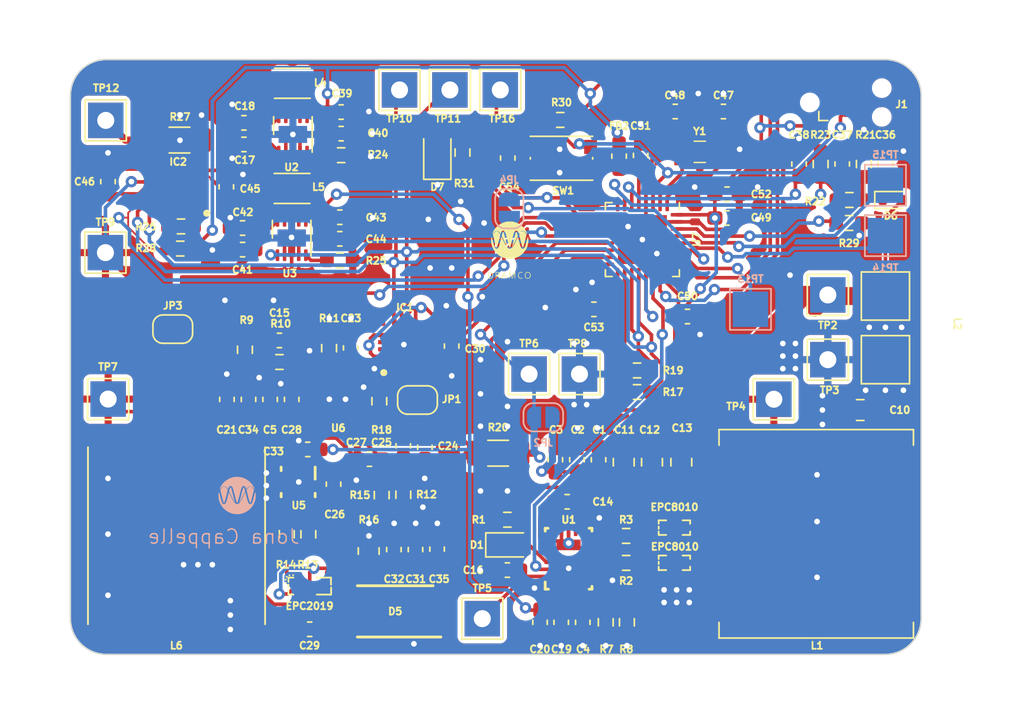
<source format=kicad_pcb>
(kicad_pcb (version 20221018) (generator pcbnew)
  (layers (0 "F.Cu" signal) (31 "B.Cu" signal) (34 "B.Paste" user) (35 "F.Paste" user) (36 "B.SilkS" user "B.Silkscreen") (37 "F.SilkS" user "F.Silkscreen") (38 "B.Mask" user) (39 "F.Mask" user) (44 "Edge.Cuts" user))
  (net 0 "")
  (net 1 "GND")
  (net 2 "/driver/V_SUPPLY")
  (net 3 "/batt_mgmt/5V")
  (net 4 "/sepic/VIN")
  (net 5 "/driver/HS")
  (net 6 "/driver/HB")
  (net 7 "Net-(C10-Pad1)")
  (net 8 "/ask_demod/COIL_IN")
  (net 9 "/mcu/SEPIC_EN")
  (net 10 "/driver/CLK")
  (net 11 "/batt_mgmt/V_BAT")
  (net 12 "Net-(U6-SS)")
  (net 13 "Net-(U6-COMP)")
  (net 14 "Net-(C25-Pad1)")
  (net 15 "Net-(U5-VREF)")
  (net 16 "Net-(U6-CS)")
  (net 17 "Net-(D5-A)")
  (net 18 "/sepic/GaN FET Vsw")
  (net 19 "/mcu/POT_EN")
  (net 20 "/sepic/VOUT1")
  (net 21 "Net-(D6-K)")
  (net 22 "/ask_demod/COMP+")
  (net 23 "/ask_demod/COMP-")
  (net 24 "/batt_mgmt/3V3")
  (net 25 "Net-(IC2-REG)")
  (net 26 "/mcu/OSC_IN")
  (net 27 "/mcu/OSC_OUT")
  (net 28 "Net-(U7-VDDA)")
  (net 29 "/mcu/NRST")
  (net 30 "Net-(D1-K)")
  (net 31 "Net-(D1-A)")
  (net 32 "/driver/LO")
  (net 33 "Net-(D7-A)")
  (net 34 "/sepic/FB")
  (net 35 "Net-(IC1-B)")
  (net 36 "/batt_mgmt/SCL")
  (net 37 "/batt_mgmt/SDA")
  (net 38 "Net-(IC2-TH)")
  (net 43 "Net-(IC2-EP)")
  (net 44 "/batt_mgmt/ALRT")
  (net 45 "/mcu/SWDIO")
  (net 46 "/mcu/SWCLK")
  (net 48 "/mcu/V_SEPIC")
  (net 49 "/mcu/LPUART_RX")
  (net 50 "Net-(JP4-B)")
  (net 51 "Net-(U2-LX2)")
  (net 52 "Net-(U2-LX1)")
  (net 53 "Net-(U3-LX2)")
  (net 54 "Net-(U3-LX1)")
  (net 55 "Net-(Q1-G)")
  (net 56 "Net-(Q2-G)")
  (net 57 "/sepic/CS")
  (net 58 "Net-(Q4-G)")
  (net 59 "Net-(U1-HO)")
  (net 60 "Net-(U1-DHL)")
  (net 61 "Net-(U1-DLH)")
  (net 62 "Net-(U6-RT)")
  (net 63 "Net-(U5-OUTH)")
  (net 64 "Net-(U5-OUTL)")
  (net 65 "/mcu/I2C_EN")
  (net 66 "Net-(U2-CFG3)")
  (net 67 "Net-(U3-CFG3)")
  (net 68 "Net-(U7-BOOT0)")
  (net 69 "/mcu/LED")
  (net 70 "/mcu/TIM22_CH1_DEBUG")
  (net 71 "/mcu/USART1_TX")
  (net 72 "/mcu/USART1_RX")
  (net 76 "/driver/ENABLE")
  (net 77 "/batt_mgmt/5V_EN")
  (net 78 "/sepic/GATE")
  (net 80 "/mcu/LPUART_TX")
  (footprint "Resistor_SMD:R_0603_1608Metric_Pad0.98x0.95mm_HandSolder" (layer "F.Cu") (at 124.989504 98.326 180)
    (fp_text reference "R28")
    (fp_text value "10k")
  )
  (footprint "Resistor_SMD:R_0603_1608Metric_Pad0.98x0.95mm_HandSolder" (layer "F.Cu") (at 139.036506 109.104 -90)
    (fp_text reference "R18")
    (fp_text value "500k")
  )
  (footprint "Resistor_SMD:R_0603_1608Metric_Pad0.98x0.95mm_HandSolder" (layer "F.Cu") (at 170.18 92.3555 90)
    (fp_text reference "R23")
    (fp_text value "x")
  )
  (footprint "LMG1210:LMG1210" (layer "F.Cu") (at 152.392002 120.227497 90)
    (fp_text reference "U1")
    (fp_text value "LMG1210RVRR")
  )
  (footprint "Diode_SMD:D_SOD-523" (layer "F.Cu") (at 175.26 94.8955)
    (fp_text reference "D6")
    (fp_text value "1N4148WS")
  )
  (footprint "Resistor_SMD:R_0603_1608Metric_Pad0.98x0.95mm_HandSolder" (layer "F.Cu") (at 155.014504 124.716 90)
    (fp_text reference "R7")
    (fp_text value "10k")
  )
  (footprint "Inductor_SMD:L_Coilcraft_XAL1350-XXX" (layer "F.Cu") (at 169.870004 118.4695)
    (fp_text reference "L1")
    (fp_text value "x")
  )
  (footprint "Capacitor_SMD:C_0603_1608Metric_Pad1.08x0.95mm_HandSolder" (layer "F.Cu") (at 128.282002 108.97825 -90)
    (fp_text reference "C21")
    (fp_text value "100n")
  )
  (footprint "Capacitor_SMD:C_0603_1608Metric_Pad1.08x0.95mm_HandSolder" (layer "F.Cu") (at 135.806002 114.9615 -90)
    (fp_text reference "C26")
    (fp_text value "100n")
  )
  (footprint "Capacitor_SMD:C_0603_1608Metric_Pad1.08x0.95mm_HandSolder" (layer "F.Cu") (at 140.728002 112.2565 90)
    (fp_text reference "C25")
    (fp_text value "680p")
  )
  (footprint "TestPoint:TestPoint_THTPad_2.5x2.5mm_Drill1.2mm" (layer "F.Cu") (at 170.688 106.172 180)
    (fp_text reference "TP3")
    (fp_text value "Coil-")
  )
  (footprint "Resistor_SMD:R_0603_1608Metric_Pad0.98x0.95mm_HandSolder" (layer "F.Cu") (at 131.988502 106.33775 180)
    (fp_text reference "R10")
    (fp_text value "10k")
  )
  (footprint "Capacitor_SMD:C_0603_1608Metric_Pad1.08x0.95mm_HandSolder" (layer "F.Cu") (at 163.576 94.488)
    (fp_text reference "C52")
    (fp_text value "1u")
  )
  (footprint "Capacitor_SMD:C_0603_1608Metric_Pad1.08x0.95mm_HandSolder" (layer "F.Cu") (at 129.482 89.447 180)
    (fp_text reference "C18")
    (fp_text value "100n")
  )
  (footprint "Capacitor_SMD:C_0603_1608Metric_Pad1.08x0.95mm_HandSolder" (layer "F.Cu") (at 131.330002 108.97825 -90)
    (fp_text reference "C5")
    (fp_text value "10u")
  )
  (footprint "Capacitor_SMD:C_0603_1608Metric_Pad1.08x0.95mm_HandSolder" (layer "F.Cu") (at 136.343 88.685)
    (fp_text reference "C39")
    (fp_text value "10u")
  )
  (footprint "MAX17260:SON40P300X300X80-15N" (layer "F.Cu") (at 124.983504 94.029 180)
    (fp_text reference "IC2")
    (fp_text value "MAX17260SETD+" hide)
  )
  (footprint "Capacitor_SMD:C_0603_1608Metric_Pad1.08x0.95mm_HandSolder" (layer "F.Cu") (at 137.016506 105.342 -90)
    (fp_text reference "C23")
    (fp_text value "220n")
  )
  (footprint "Resistor_SMD:R_0603_1608Metric_Pad0.98x0.95mm_HandSolder" (layer "F.Cu") (at 136.343 91.733)
    (fp_text reference "R24")
    (fp_text value "16k2")
  )
  (footprint "Resistor_SMD:R_0603_1608Metric_Pad0.98x0.95mm_HandSolder" (layer "F.Cu") (at 144.907 91.5435 90)
    (fp_text reference "R31")
    (fp_text value "x")
  )
  (footprint "Capacitor_SMD:C_0603_1608Metric_Pad1.08x0.95mm_HandSolder" (layer "F.Cu") (at 171.704 92.3555 90)
    (fp_text reference "C37")
    (fp_text value "x")
  )
  (footprint "AD5121:AD5121BCPZ100-RL7" (layer "F.Cu") (at 140.850506 105.1865 90)
    (fp_text reference "IC1")
    (fp_text value "AD5121BCPZ100-RL7" hide)
  )
  (footprint "Resistor_SMD:R_0603_1608Metric_Pad0.98x0.95mm_HandSolder" (layer "F.Cu") (at 140.728002 115.709 90)
    (fp_text reference "R12")
    (fp_text value "64.9k")
  )
  (footprint "Resistor_SMD:R_0603_1608Metric_Pad0.98x0.95mm_HandSolder" (layer "F.Cu") (at 172.1885 96.52 180)
    (fp_text reference "R29")
    (fp_text value "10k")
  )
  (footprint "EPCLib:EPC8000" (layer "F.Cu") (at 159.861002 120.522498)
    (fp_text reference "Q2" hide)
    (fp_text value "EPC8010")
  )
  (footprint "Capacitor_SMD:C_0805_2012Metric_Pad1.18x1.45mm_HandSolder" (layer "F.Cu") (at 160.348504 113.411 90)
    (fp_text reference "C13")
    (fp_text value "10n")
  )
  (footprint "Resistor_SMD:R_0603_1608Metric_Pad0.98x0.95mm_HandSolder" (layer "F.Cu") (at 156.456002 118.618)
    (fp_text reference "R3")
    (fp_text value "0")
  )
  (footprint "Capacitor_SMD:C_0603_1608Metric_Pad1.08x0.95mm_HandSolder" (layer "F.Cu") (at 154.506504 113.236 -90)
    (fp_text reference "C1")
    (fp_text value "100n")
  )
  (footprint "LED_SMD:LED_0805_2012Metric_Pad1.15x1.40mm_HandSolder" (layer "F.Cu") (at 143.129 91.576 90)
    (fp_text reference "D7")
    (fp_text value "LED")
  )
  (footprint "TestPoint:TestPoint_THTPad_2.5x2.5mm_Drill1.2mm" (layer "F.Cu") (at 144.018 87.122)
    (fp_text reference "TP11")
    (fp_text value "SCL")
  )
  (footprint "Button_Switch_SMD:SW_Push_1P1T_NO_CK_KMR2" (layer "F.Cu") (at 151.892 91.948)
    (fp_text reference "SW1")
    (fp_text value "SW_Push")
  )
  (footprint "RB068LB100TBR1:RB068LB100TBR1" (layer "F.Cu") (at 140.158002 123.9455 180)
    (fp_text reference "D5")
    (fp_text value "755-RB068LB100TBR1" hide)
  )
  (footprint "Inductor_SMD:L_Murata_DFE201610P" (layer "F.Cu") (at 132.879 94.0805 180)
    (fp_text reference "L5")
    (fp_text value "2u2")
  )
  (footprint "Resistor_SMD:R_0805_2012Metric_Pad1.20x1.40mm_HandSolder" (layer "F.Cu") (at 138.286506 119.6875 -90)
    (fp_text reference "R16")
    (fp_text value "5.149m")
  )
  (footprint "Resistor_SMD:R_0603_1608Metric_Pad0.98x0.95mm_HandSolder" (layer "F.Cu") (at 129.552002 105.47225 -90)
    (fp_text reference "R9")
    (fp_text value "15k")
  )
  (footprint "Resistor_SMD:R_0603_1608Metric_Pad0.98x0.95mm_HandSolder" (layer "F.Cu") (at 134.028002 118.502 90)
    (fp_text reference "R13")
    (fp_text value "100")
  )
  (footprint "LM51561:DSS0012B" (layer "F.Cu") (at 136.193508 108.97475 90)
    (fp_text reference "U6")
    (fp_text value "LM51561DSSR")
  )
  (footprint "Capacitor_SMD:C_0603_1608Metric_Pad1.08x0.95mm_HandSolder" (layer "F.Cu") (at 148.101999 91.935499 -90)
    (fp_text reference "C54")
    (fp_text value "100n")
  )
  (footprint "EPCLib:EPC8000" (layer "F.Cu") (at 159.861002 118.0375)
    (fp_text reference "Q1" hide)
    (fp_text value "EPC8010")
  )
  (footprint "TestPoint:TestPoint_THTPad_2.5x2.5mm_Drill1.2mm" (layer "F.Cu") (at 147.574 87.122)
    (fp_text reference "TP16")
    (fp_text value "LPUART_RX")
  )
  (footprint "Package_DFN_QFN:QFN-32-1EP_5x5mm_P0.5mm_EP3.45x3.45mm" (layer "F.Cu") (at 157.6 97.6895 -90)
    (fp_text reference "U7")
    (fp_text value "STM32L071KZUx")
  )
  (footprint "Capacitor_SMD:C_0603_1608Metric_Pad1.08x0.95mm_HandSolder" (layer "F.Cu") (at 144.140506 105.2105 90)
    (fp_text reference "C30")
    (fp_text value "100n")
  )
  (footprint "Capacitor_SMD:C_0603_1608Metric_Pad1.08x0.95mm_HandSolder" (layer "F.Cu") (at 160.782 103.124)
    (fp_text reference "C50")
    (fp_text value "100n")
  )
  (footprint "Capacitor_SMD:C_0603_1608Metric_Pad1.08x0.95mm_HandSolder" (layer "F.Cu") (at 134.124002 125.2095 180)
    (fp_text reference "C29")
    (fp_text value "100p")
  )
  (footprint "Capacitor_SMD:C_0603_1608Metric_Pad1.08x0.95mm_HandSolder" (layer "F.Cu") (at 129.482 90.971 180)
    (fp_text reference "C17")
    (fp_text value "10u")
  )
  (footprint "Capacitor_SMD:C_0603_1608Metric_Pad1.08x0.95mm_HandSolder" (layer "F.Cu") (at 150.377004 124.719 -90)
    (fp_text reference "C20")
    (fp_text value "100n")
  )
  (footprint "Jumper:SolderJumper-2_P1.3mm_Open_RoundedPad1.0x1.5mm" (layer "F.Cu") (at 141.730506 109.0205)
    (fp_text reference "JP1")
    (fp_text value "SolderJumper_2_Open")
  )
  (footprint "Package_SON:WSON-10-1EP_2.5x2.5mm_P0.5mm_EP1.2x2mm_ThermalVias" (layer "F.Cu") (at 132.9375 90.2665 90)
    (fp_text reference "U2")
    (fp_text value "TPS63900")
  )
  (footprint "Resistor_SMD:R_0603_1608Metric_Pad0.98x0.95mm_HandSolder" (layer "F.Cu") (at 157.226 108.458 180)
    (fp_text reference "R17")
    (fp_text value "10k")
  )
  (footprint "Resistor_SMD:R_1206_3216Metric_Pad1.30x1.75mm_HandSolder" (layer "F.Cu") (at 147.421 112.776)
    (fp_text reference "R20")
    (fp_text value "20m")
  )
  (footprint "Resistor_SMD:R_0603_1608Metric_Pad0.98x0.95mm_HandSolder" (layer "F.Cu") (at 173.228 92.3555 90)
    (fp_text reference "R21")
    (fp_text value "x")
  )
  (footprint "Capacitor_SMD:C_0603_1608Metric_Pad1.08x0.95mm_HandSolder" (layer "F.Cu") (at 138.341502 113.19575)
    (fp_text reference "C27")
    (fp_text value "100p")
  )
  (footprint "Resistor_SMD:R_0603_1608Metric_Pad0.98x0.95mm_HandSolder" (layer "F.Cu") (at 156.508504 124.716 90)
    (fp_text reference "R8")
    (fp_text value "10k")
  )
  (footprint "Capacitor_SMD:C_0603_1608Metric_Pad1.08x0.95mm_HandSolder" (layer "F.Cu") (at 154.178 102.616 180)
    (fp_text reference "C53")
    (fp_text value "100n")
  )
  (footprint "Capacitor_SMD:C_0603_1608Metric_Pad1.08x0.95mm_HandSolder" (layer "F.Cu") (at 151.871004 124.719 -90)
    (fp_text reference "C19")
    (fp_text value "10u")
  )
  (footprint "Capacitor_SMD:C_0603_1608Metric_Pad1.08x0.95mm_HandSolder" (layer "F.Cu") (at 133.985 112.5095)
    (fp_text reference "C33")
    (fp_text value "100n")
  )
  (footprint "Capacitor_SMD:C_0603_1608Metric_Pad1.08x0.95mm_HandSolder" (layer "F.Cu") (at 119.888 93.599 90)
    (fp_text reference "C46")
    (fp_text value "470n")
  )
  (footprint "Capacitor_SMD:C_0603_1608Metric_Pad1.08x0.95mm_HandSolder" (layer "F.Cu") (at 132.854002 108.97825 -90)
    (fp_text reference "C28")
    (fp_text value "1u")
  )
  (footprint "TestPoint:TestPoint_THTPad_2.5x2.5mm_Drill1.2mm" (layer "F.Cu") (at 119.708504 98.612)
    (fp_text reference "TP9")
    (fp_text value "Vbat+")
  )
  (footprint "Capacitor_SMD:C_0603_1608Metric_Pad1.08x0.95mm_HandSolder" (layer "F.Cu") (at 159.9195 88.646)
    (fp_text reference "C48")
    (fp_text value "x")
  )
  (footprint "TestPoint:TestPoint_THTPad_2.5x2.5mm_Drill1.2mm" (layer "F.Cu") (at 170.688 101.6 180)
    (fp_text reference "TP2")
    (fp_text value "Coil+")
  )
  (footprint "Capacitor_SMD:C_0603_1608Metric_Pad1.08x0.95mm_HandSolder" (layer "F.Cu") (at 131.988502 104.81375 180)
    (fp_text reference "C15")
    (fp_text value "100p")
  )
  (footprint "Capacitor_SMD:C_0603_1608Metric_Pad1.08x0.95mm_HandSolder" (layer "F.Cu") (at 142.252002 112.357 90)
    (fp_text reference "C24")
    (fp_text value "180p")
  )
  (footprint "Resistor_SMD:R_0603_1608Metric_Pad0.98x0.95mm_HandSolder" (layer "F.Cu") (at 151.8065 89.241999 180)
    (fp_text reference "R30")
    (fp_text value "10k")
  )
  (footprint "Resistor_SMD:R_0603_1608Metric_Pad0.98x0.95mm_HandSolder" (layer "F.Cu") (at 125.042005 96.761001 180)
    (fp_text reference "R26")
    (fp_text value "10k NTC")
  )
  (footprint "Capacitor_SMD:C_0603_1608Metric_Pad1.08x0.95mm_HandSolder" (layer "F.Cu") (at 136.2475 96.1125)
    (fp_text reference "C43")
    (fp_text value "100n")
  )
  (footprint "ABS07:ABS07" (layer "F.Cu") (at 161.652001 91.494999 180)
    (fp_text reference "Y1")
    (fp_text value "ABS07-32.768KHZ-7-T" hide)
  )
  (footprint "Capacitor_SMD:C_0603_1608Metric_Pad1.08x0.95mm_HandSolder" (layer "F.Cu") (at 136.2475 97.6365)
    (fp_text reference "C44")
    (fp_text value "10u")
  )
  (footprint "Capacitor_SMD:C_0603_1608Metric_Pad1.08x0.95mm_HandSolder" (layer "F.Cu") (at 140.064506 119.583 -90)
    (fp_text reference "C32")
    (fp_text value "10u")
  )
  (footprint "EPCLib:EPC2X200M" (layer "F.Cu") (at 134.124002 122.1615)
    (fp_text reference "Q4" hide)
    (fp_text value "EPC2019")
  )
  (footprint "Resistor_SMD:R_0603_1608Metric_Pad0.98x0.95mm_HandSolder" (layer "F.Cu") (at 148.074002 117.474498 180)
    (fp_text reference "R1")
    (fp_text value "100")
  )
  (footprint "Package_SON:WSON-10-1EP_2.5x2.5mm_P0.5mm_EP1.2x2mm_ThermalVias" (layer "F.Cu") (at 132.85 97.582 90)
    (fp_text reference "U3")
    (fp_text value "TPS63900")
  )
  (footprint "Connector:Tag-Connect_TC2030-IDC-NL_2x03_P1.27mm_Vertical" (layer "F.Cu") (at 171.958 88.011)
    (fp_text reference "J1")
    (fp_text value "TC2030_SWD-MCP-NL")
  )
  (footprint "TestPoint:TestPoint_THTPad_2.5x2.5mm_Drill1.2mm" (layer "F.Cu") (at 119.900002 108.9535 -90)
    (fp_text reference "TP7")
    (fp_text value "Vin")
  )
  (footprint "Capacitor_SMD:C_0603_1608Metric_Pad1.08x0.95mm_HandSolder" (layer "F.Cu") (at 163.322 88.646 180)
    (fp_text reference "C47")
    (fp_text value "x")
  )
  (footprint "Diode_SMD:D_SOD-323F" (layer "F.Cu") (at 148.158002 119.252498)
    (fp_text reference "D1")
    (fp_text value "BAT46WJ,115")
  )
  (footprint "Capacitor_SMD:C_0603_1608Metric_Pad1.08x0.95mm_HandSolder" (layer "F.Cu") (at 155.956 91.8 -90)
    (fp_text reference "FB2")
    (fp_text value "120R")
  )
  (footprint "Capacitor_SMD:C_0603_1608Metric_Pad1.08x0.95mm_HandSolder" (layer "F.Cu") (at 153.395004 124.719 90)
    (fp_text reference "C4")
    (fp_text value "100n")
  )
  (footprint "Resistor_SMD:R_0603_1608Metric_Pad0.98x0.95mm_HandSolder" (layer "F.Cu") (at 156.456002 120.522498)
    (fp_text reference "R2")
    (fp_text value "0")
  )
  (footprint "Capacitor_SMD:C_0603_1608Metric_Pad1.08x0.95mm_HandSolder" (layer "F.Cu") (at 129.806002 108.97825 -90)
    (fp_text reference "C34")
    (fp_text value "10u")
  )
  (footprint "UCC27611:DRV0006A" (layer "F.Cu") (at 133.308001 114.808 -90)
    (fp_text reference "U5")
    (fp_text value "UCC27611DRVR")
  )
  (footprint "libraries:dramco_logo_small" (layer "F.Cu") (at 148.209 98.425)
    (fp_text reference "U4" hide)
    (fp_text value "~" hide)
  )
  (footprint "TestPoint:TestPoint_THTPad_2.5x2.5mm_Drill1.2mm" (layer "F.Cu") (at 119.732504 89.274 180)
    (fp_text reference "TP12")
    (fp_text value "Vbat-")
  )
  (footprint "TestPoint:TestPoint_THTPad_2.5x2.5mm_Drill1.2mm" (layer "F.Cu") (at 146.304 124.46)
    (fp_text reference "TP5")
    (fp_text value "CLK")
  )
  (footprint "Resistor_SMD:R_0603_1608Metric_Pad0.98x0.95mm_HandSolder" (layer "F.Cu") (at 172.212 94.8955 180)
    (fp_text reference "R22")
    (fp_text value "x")
  )
  (footprint "Coil:Wurth Coil Connector" (layer "F.Cu") (at 174.752 98.552 -90)
    (fp_text reference "L2")
    (fp_text value "6.8u")
  )
  (footprint "Capacitor_SMD:C_0603_1608Metric_Pad1.08x0.95mm_HandSolder" (layer "F.Cu") (at 157.48 91.747 90)
    (fp_text reference "C51")
    (fp_text value "100n")
  )
  (footprint "Capacitor_SMD:C_0603_1608Metric_Pad1.08x0.95mm_HandSolder" (layer "F.Cu") (at 174.752 92.3555 90)
    (fp_text reference "C36")
    (fp_text value "x")
  )
  (footprint "Resistor_SMD:R_0603_1608Metric_Pad0.98x0.95mm_HandSolder" (layer "F.Cu") (at 132.504002 118.502 90)
    (fp_text reference "R14")
    (fp_text value "100")
  )
  (footprint "Capacitor_SMD:C_0603_1608Metric_Pad1.08x0.95mm_HandSolder" (layer "F.Cu") (at 129.3865 98.3985 180)
    (fp_text reference "C41")
    (fp_text value "10u")
  )
  (footprint "Capacitor_SMD:C_0603_1608Metric_Pad1.08x0.95mm_HandSolder" (layer "F.Cu") (at 168.656 92.3555 90)
    (fp_text reference "C38")
    (fp_text value "x")
  )
  (footprint "Capacitor_SMD:C_0603_1608Metric_Pad1.08x0.95mm_HandSolder" (layer "F.Cu") (at 152.291502 116.204498)
    (fp_text reference "C14")
    (fp_text value "100n")
  )
  (footprint "Capacitor_SMD:C_0603_1608Metric_Pad1.08x0.95mm_HandSolder" (layer "F.Cu") (at 152.982504 113.236 -90)
    (fp_text reference "C2")
    (fp_text value "10u")
  )
  (footprint "TestPoint:TestPoint_THTPad_2.5x2.5mm_Drill1.2mm" (layer "F.Cu") (at 149.606 107.188 90)
    (fp_text reference "TP6")
    (fp_text value "Vout")
  )
  (footprint "Capacitor_SMD:C_0603_1608Metric_Pad1.08x0.95mm_HandSolder" (layer "F.Cu") (at 129.3865 96.8745 180)
    (fp_text reference "C42")
    (fp_text value "100n")
  )
  (footprint "Capacitor_SMD:C_0603_1608Metric_Pad1.08x0.95mm_HandSolder" (layer "F.Cu") (at 128.240505 93.967001 90)
    (fp_text reference "C45")
    (fp_text value "100n")
  )
  (footprint "Jumper:SolderJumper-2_P1.3mm_Open_RoundedPad1.0x1.5mm" (layer "F.Cu") (at 124.46 104.013)
    (fp_text reference "JP3")
    (fp_text value "SolderJumper_2_Open")
  )
  (footprint "Capacitor_SMD:C_0805_2012Metric_Pad1.18x1.45mm_HandSolder" (layer "F.Cu") (at 156.284504 113.411 90)
    (fp_text reference "C11")
    (fp_text value "10n")
  )
  (footprint "Capacitor_SMD:C_0603_1608Metric_Pad1.08x0.95mm_HandSolder" (layer "F.Cu") (at 151.458504 113.236 -90)
    (fp_text reference "C3")
    (fp_text value "10u")
  )
  (footprint "Capacitor_SMD:C_0603_1608Metric_Pad1.08x0.95mm_HandSolder" (layer "F.Cu") (at 163.576 96.1655)
    (fp_text reference "C49")
    (fp_text value "100n")
  )
  (footprint "TestPoint:TestPoint_THTPad_2.5x2.5mm_Drill1.2mm" (layer "F.Cu") (at 153.162 107.188 90)
    (fp_text reference "TP8")
    (fp_text value "GND")
  )
  (footprint "Resistor_SMD:R_0603_1608Metric_Pad0.98x0.95mm_HandSolder" (layer "F.Cu") (at 139.204002 115.73575 90)
    (fp_text reference "R15")
    (fp_text value "100")
  )
  (footprint "Capacitor_SMD:C_0603_1608Metric_Pad1.08x0.95mm_HandSolder" (layer "F.Cu") (at 148.074002 121.030498)
    (fp_text reference "C16")
    (fp_text value "22p")
  )
  (footprint "Capacitor_SMD:C_0805_2012Metric_Pad1.18x1.45mm_HandSolder" (layer "F.Cu") (at 158.278504 113.411 90)
    (fp_text reference "C12")
    (fp_text value "10n")
  )
  (footprint "Capacitor_SMD:C_0603_1608Metric_Pad1.08x0.95mm_HandSolder" (layer "F.Cu") (at 143.112506 119.55 -90)
    (fp_text reference "C35")
    (fp_text value "10u")
  )
  (footprint "Capacitor_SMD:C_0603_1608Metric_Pad1.08x0.95mm_HandSolder" (layer "F.Cu") (at 136.343 90.209)
    (fp_text reference "C40")
    (fp_text value "100n")
  )
  (footprint "Resistor_SMD:R_1206_3216Metric_Pad1.30x1.75mm_HandSolder" (layer "F.Cu") (at 124.938505 90.665001)
    (fp_text reference "R27")
    (fp_text value "20m")
  )
  (footprint "Resistor_SMD:R_0603_1608Metric_Pad0.98x0.95mm_HandSolder" (layer "F.Cu") (at 136.2475 99.1605)
    (fp_text reference "R25")
    (fp_text value "36k5")
  )
  (footprint "TestPoint:TestPoint_THTPad_2.5x2.5mm_Drill1.2mm" (layer "F.Cu") (at 140.462 87.122)
    (fp_text reference "TP10")
    (fp_text value "SDA")
  )
  (footprint "Capacitor_SMD:C_0805_2012Metric_Pad1.18x1.45mm_HandSolder" (layer "F.Cu") (at 172.974 109.728 180)
    (fp_text reference "C10")
    (fp_text value "1u 50V")
  )
  (footprint "Resistor_SMD:R_0603_1608Metric_Pad0.98x0.95mm_HandSolder" (layer "F.Cu") (at 135.492506 105.361 -90)
    (fp_text reference "R11")
    (fp_text value "9.31k")
  )
  (footprint "Inductor_SMD:L_Murata_DFE201610P" (layer "F.Cu") (at 132.9005 86.653 180)
    (fp_text reference "L4")
    (fp_text value "2u2")
  )
  (footprint "Capacitor_SMD:C_0603_1608Metric_Pad1.08x0.95mm_HandSolder" (layer "F.Cu") (at 141.588506 119.583 -90)
    (fp_text reference "C31")
    (fp_text value "100n")
  )
  (footprint "TestPoint:TestPoint_THTPad_2.5x2.5mm_Drill1.2mm" (layer "F.Cu") (at 166.878 108.966 90)
    (fp_text reference "TP4")
    (fp_text value "SW")
  )
  (footprint "744870006:WE-DD_12XX_CROSSED12" (layer "F.Cu") (at 124.726002 118.6055)
    (fp_text reference "L6")
    (fp_text value "744870006" hide)
  )
  (footprint "Resistor_SMD:R_0603_1608Metric_Pad0.98x0.95mm_HandSolder" (layer "F.Cu") (at 157.226 106.934 180)
    (fp_text reference "R19")
    (fp_text value "10k")
  )
  (footprint "Jumper:SolderJumper-2_P1.3mm_Open_RoundedPad1.0x1.5mm" (layer "B.Cu") (at 150.607 110.236)
    (fp_text reference "JP2")
    (fp_text value "SolderJumper_2_Open")
  )
  (footprint "TestPoint:TestPoint_Pad_2.5x2.5mm" (layer "B.Cu") (at 174.752 97.409 180)
    (fp_text reference "TP14")
    (fp_text value "USART_TX")
  )
  (footprint "TestPoint:TestPoint_Pad_2.5x2.5mm" (layer "B.Cu") (at 174.752 93.853 180)
    (fp_text reference "TP15")
    (fp_text value "USART_RX")
  )
  (footprint "TestPoint:TestPoint_Pad_2.5x2.5mm" (layer "B.Cu") (at 165.227 102.616 180)
    (fp_text reference "TP13")
    (fp_text value "TIM22")
  )
  (footprint "libraries:dramco_logo_small" (layer "B.Cu") (at 129.032 116.459 180)
    (fp_text reference "U9" hide)
    (fp_text value "~" hide)
  )
  (footprint "libraries:Jona Name" (layer "B.Cu") (at 133.858 119.253 180)
    (fp_text reference "U8" hide)
    (fp_text value "~" hide)
  )
  (footprint "Jumper:SolderJumper-2_P1.3mm_Open_RoundedPad1.0x1.5mm" (layer "B.Cu") (at 148.209 95.504 -90)
    (fp_text reference "JP4")
    (fp_text value "SolderJumper_2_Open")
  )
  (gr_arc (start 174.733949 84.981051) (mid 176.53 85.725) (end 177.273949 87.521051) (stroke (width 0.1)) (layer "Edge.Cuts"))
  (gr_line (start 119.779051 126.981949) (end 174.733949 126.981949) (stroke (width 0.1)) (layer "Edge.Cuts"))
  (gr_line (start 174.733949 84.981051) (end 119.779051 84.981051) (stroke (width 0.1)) (layer "Edge.Cuts"))
  (gr_line (start 117.239051 87.521051) (end 117.239051 124.441949) (stroke (width 0.1)) (layer "Edge.Cuts"))
  (gr_arc (start 119.779051 126.981949) (mid 117.983 126.238) (end 117.239051 124.441949) (stroke (width 0.1)) (layer "Edge.Cuts"))
  (gr_arc (start 177.273949 124.441949) (mid 176.53 126.238) (end 174.733949 126.981949) (stroke (width 0.1)) (layer "Edge.Cuts"))
  (gr_line (start 177.273949 124.441949) (end 177.273949 87.521051) (stroke (width 0.1)) (layer "Edge.Cuts"))
  (gr_arc (start 117.239051 87.521051) (mid 117.983 85.725) (end 119.779051 84.981051) (stroke (width 0.1)) (layer "Edge.Cuts"))
  (segment (start 132.35 98.082) (end 132.85 97.582) (width 0.25) (layer "F.Cu") (net 1))
  (segment (start 132.85 98.7945) (end 132.85 97.582) (width 0.25) (layer "F.Cu") (net 1))
  (segment (start 128.27 107.188) (end 128.27 108.103748) (width 0.254) (layer "F.Cu") (net 1))
  (segment (start 163.6365 96.9675) (end 164.4385 96.1655) (width 0.254) (layer "F.Cu") (net 1))
  (segment (start 137.016506 103.267494) (end 137.016506 104.4795) (width 0.25) (layer "F.Cu") (net 1))
  (segment (start 136.443508 109.51535) (end 136.652 108.966) (width 0.254) (layer "F.Cu") (net 1))
  (segment (start 173.101 97.210498) (end 172.902498 97.409) (width 0.254) (layer "F.Cu") (net 1))
  (segment (start 173.228 88.646) (end 173.228 89.916) (width 0.254) (layer "F.Cu") (net 1))
  (segment (start 157.85 95.252) (end 157.85 93.575324) (width 0.254) (layer "F.Cu") (net 1))
  (segment (start 133.1225 112.5095) (end 133.1225 112.1145) (width 0.254) (layer "F.Cu") (net 1))
  (segment (start 138.5305 96.1125) (end 138.557 96.139) (width 0.25) (layer "F.Cu") (net 1))
  (segment (start 140.850506 105.1865) (end 140.768003 105.103997) (width 0.254) (layer "F.Cu") (net 1))
  (segment (start 154.4335 99.4395) (end 155.1625 99.4395) (width 0.254) (layer "F.Cu") (net 1))
  (segment (start 157.85 97.4395) (end 157.6 97.6895) (width 0.254) (layer "F.Cu") (net 1))
  (segment (start 168.656 91.493) (end 167.767 91.493) (width 0.25) (layer "F.Cu") (net 1))
  (segment (start 137.2555 91.733) (end 138.342 91.733) (width 0.25) (layer "F.Cu") (net 1))
  (segment (start 165.6345 96.1655) (end 164.4385 96.1655) (width 0.254) (layer "F.Cu") (net 1))
  (segment (start 140.100506 105.9365) (end 140.850506 105.1865) (width 0.254) (layer "F.Cu") (net 1))
  (segment (start 154.051 99.822) (end 154.4335 99.4395) (width 0.254) (layer "F.Cu") (net 1))
  (segment (start 133.1225 112.1145) (end 133.35 111.887) (width 0.254) (layer "F.Cu") (net 1))
  (segment (start 133.35 114.808) (end 133.308001 114.541999) (width 0.254) (layer "F.Cu") (net 1))
  (segment (start 132.85 97.544) (end 132.85 97.582) (width 0.25) (layer "F.Cu") (net 1))
  (segment (start 141.080506 109.0205) (end 141.080506 106.7065) (width 0.254) (layer "F.Cu") (net 1))
  (segment (start 128.27 108.103748) (end 128.282002 108.11575) (width 0.254) (layer "F.Cu") (net 1))
  (segment (start 135.492506 103.267494) (end 135.509 103.251) (width 0.25) (layer "F.Cu") (net 1))
  (segment (start 165.227 94.488) (end 165.735 93.98) (width 0.25) (layer "F.Cu") (net 1))
  (segment (start 143.129 93.797645) (end 143.144816 93.813461) (width 0.25) (layer "F.Cu") (net 1))
  (segment (start 129.88225 108.11575) (end 130.556 107.442) (width 0.25) (layer "F.Cu") (net 1))
  (segment (start 140.600506 105.4365) (end 140.850506 105.1865) (width 0.254) (layer "F.Cu") (net 1))
  (segment (start 140.081 118.704006) (end 140.064506 118.7205) (width 0.25) (layer "F.Cu") (net 1))
  (segment (start 142.955 92.249) (end 142.875 92.329) (width 0.254) (layer "F.Cu") (net 1))
  (segment (start 126.488505 90.665001) (end 126.488505 92.802) (width 0.254) (layer "F.Cu") (net 1))
  (segment (start 142.350506 105.9365) (end 141.600506 105.9365) (width 0.254) (layer "F.Cu") (net 1))
  (segment (start 165.735 96.266) (end 165.6345 96.1655) (width 0.254) (layer "F.Cu") (net 1))
  (segment (start 171.704 91.493) (end 173.178 91.493) (width 0.254) (layer "F.Cu") (net 1))
  (segment (start 148.101999 92.797999) (end 149.792001 92.797999) (width 0.254) (layer "F.Cu") (net 1))
  (segment (start 160.0375 96.4395) (end 161.5905 96.4395) (width 0.254) (layer "F.Cu") (net 1))
  (segment (start 133.4375 91.479) (end 133.4375 90.7665) (width 0.25) (layer "F.Cu") (net 1))
  (segment (start 138.264 88.685) (end 138.303 88.646) (width 0.25) (layer "F.Cu") (net 1))
  (segment (start 150.377004 126.365) (end 150.377004 125.5815) (width 0.25) (layer "F.Cu") (net 1))
  (segment (start 142.350506 105.9365) (end 144.004006 105.9365) (width 0.254) (layer "F.Cu") (net 1))
  (segment (start 159.464502 120.525988) (end 159.464502 120.869633) (width 0.254) (layer "F.Cu") (net 1))
  (segment (start 161.544 88.646) (end 161.544 87.376) (width 0.254) (layer "F.Cu") (net 1))
  (segment (start 164.4385 94.488) (end 165.227 94.488) (width 0.25) (layer "F.Cu") (net 1))
  (segment (start 140.600506 104.9365) (end 140.768003 105.103997) (width 0.254) (layer "F.Cu") (net 1))
  (segment (start 157.48 90.8845) (end 157.48 89.535) (width 0.254) (layer "F.Cu") (net 1))
  (segment (start 158.85 96.4395) (end 157.6 97.6895) (width 0.254) (layer "F.Cu") (net 1))
  (segment (start 154.506504 111.072504) (end 154.426286 110.992286) (width 0.25) (layer "F.Cu") (net 1))
  (segment (start 126.488505 88.903495) (end 126.492 88.9) (width 0.254) (layer "F.Cu") (net 1))
  (segment (start 154.70993 120.977498) (end 155.486716 121.754284) (width 0.254) (layer "F.Cu") (net 1))
  (segment (start 141.100506 105.4365) (end 140.850506 105.1865) (width 0.254) (layer "F.Cu") (net 1))
  (segment (start 159.461002 120.873133) (end 159.461002 121.615002) (width 0.254) (layer "F.Cu") (net 1))
  (segment (start 133.308001 112.695001) (end 133.1225 112.5095) (width 0.254) (layer "F.Cu") (net 1))
  (segment (start 153.792002 120.977498) (end 152.4 120.904) (width 0.254) (layer "F.Cu") (net 1))
  (segment (start 175.969 91.493) (end 176.022 91.44) (width 0.254) (layer "F.Cu") (net 1))
  (segment (start 128.6195 91.9165) (end 128.651 91.948) (width 0.254) (layer "F.Cu") (net 1))
  (segment (start 132.842 97.536) (end 132.85 97.544) (width 0.25) (layer "F.Cu") (net 1))
  (segment (start 133.4375 90.7665) (end 132.9375 90.2665) (width 0.25) (layer "F.Cu") (net 1))
  (segment (start 132.9375 90.2665) (end 132.9375 89.054) (width 0.25) (layer "F.Cu") (net 1))
  (segment (start 137.443508 108.024749) (end 137.395508 108.072749) (width 0.254) (layer "F.Cu") (net 1))
  (segment (start 149.792001 92.797999) (end 149.842 92.748) (width 0.254) (layer "F.Cu") (net 1))
  (segment (start 137.2055 90.209) (end 138.518 90.209) (width 0.25) (layer "F.Cu") (net 1))
  (segment (start 119.9145 92.71) (end 122.145453 92.71) (width 0.254) (layer "F.Cu") (net 1))
  (segment (start 151.871004 126.365) (end 151.871004 125.5815) (width 0.25) (layer "F.Cu") (net 1))
  (segment (start 133.9245 111.7075) (end 133.1225 112.5095) (width 0.254) (layer "F.Cu") (net 1))
  (segment (start 119.888 92.7365) (end 119.9145 92.71) (width 0.254) (layer "F.Cu") (net 1))
  (segment (start 136.443508 109.924748) (end 136.443508 109.51535) (width 0.254) (layer "F.Cu") (net 1))
  (segment (start 128.240505 93.104501) (end 129.399499 93.104501) (width 0.254) (layer "F.Cu") (net 1))
  (segment (start 154.506504 112.3735) (end 154.506504 111.072504) (width 0.25) (layer "F.Cu") (net 1))
  (segment (start 173.228 91.443) (end 173.228 89.916) (width 0.254) (layer "F.Cu") (net 1))
  (segment (start 155.014504 126.365) (end 155.014504 125.6285) (width 0.25) (layer "F.Cu") (net 1))
  (segment (start 129.399499 93.104501) (end 129.413 93.091) (width 0.254) (layer "F.Cu") (net 1))
  (segment (start 133.951498 106.08375) (end 134.112 105.923248) (width 0.254) (layer "F.Cu") (net 1))
  (segment (start 133.35 98.082) (end 132.85 97.582) (width 0.25) (layer "F.Cu") (net 1))
  (segment (start 137.479002 114.615998) (end 137.414 114.681) (width 0.254) (layer "F.Cu") (net 1))
  (segment (start 132.4375 91.479) (end 132.4375 90.7665) (width 0.25) (layer "F.Cu") (net 1))
  (segment (start 126.488505 90.665001) (end 126.488505 88.903495) (width 0.254) (layer "F.Cu") (net 1))
  (segment (start 128.524 98.3985) (end 127.2805 98.3985) (width 0.254) (layer "F.Cu") (net 1))
  (segment (start 129.806002 108.11575) (end 129.88225 108.11575) (width 0.25) (layer "F.Cu") (net 1))
  (segment (start 160.061002 120.722498) (end 160.061002 121.370998) (width 0.254) (layer "F.Cu") (net 1))
  (segment (start 139.980006 106.807) (end 140.100506 106.6865) (width 0.25) (layer "F.Cu") (net 1))
  (segment (start 160.782 88.646) (end 161.544 88.646) (width 0.254) (layer "F.Cu") (net 1))
  (segment (start 132.85 97.528) (end 132.842 97.536) (width 0.25) (layer "F.Cu") (net 1))
  (segment (start 135.806002 114.099) (end 136.832 114.099) (width 0.25) (layer "F.Cu") (net 1))
  (segment (start 147.211502 121.030498) (end 146.142002 121.030498) (width 0.25) (layer "F.Cu") (net 1))
  (segment (start 128.6195 90.971) (end 128.6195 91.9165) (width 0.254) (layer "F.Cu") (net 1))
  (segment (start 137.479002 113.19575) (end 135.990752 111.7075) (width 0.254) (layer "F.Cu") (net 1))
  (segment (start 128.6195 88.1695) (end 128.651 88.138) (width 0.254) (layer "F.Cu") (net 1))
  (segment (start 143.129 92.601) (end 143.129 93.797645) (width 0.25) (layer "F.Cu") (net 1))
  (segment (start 160.661012 120.322498) (end 160.661012 120.722498) (width 0.127) (layer "F.Cu") (net 1))
  (segment (start 143.129 117.729) (end 143.129 118.671006) (width 0.25) (layer "F.Cu") (net 1))
  (segment (start 141.605 118.704006) (end 141.588506 118.7205) (width 0.25) (layer "F.Cu") (net 1))
  (segment (start 137.033 103.251) (end 137.016506 103.267494) (width 0.25) (layer "F.Cu") (net 1))
  (segment (start 161.544 88.646) (end 162.4595 88.646) (width 0.254) (layer "F.Cu") (net 1))
  (segment (start 135.990752 111.7075) (end 133.9245 111.7075) (width 0.254) (layer "F.Cu") (net 1))
  (segment (start 140.081 117.729) (end 140.081 118.704006) (width 0.25) (layer "F.Cu") (net 1))
  (segment (start 160.061002 120.722498) (end 159.661012 120.722498) (width 0.127) (layer "F.Cu") (net 1))
  (segment (start 138.303 117.729) (end 138.303 118.618) (width 0.25) (layer "F.Cu") (net 1))
  (segment (start 136.652 108.966) (end 136.58881 109.370048) (width 0.254) (layer "F.Cu") (net 1))
  (segment (start 138.518 90.209) (end 138.557 90.17) (width 0.25) (layer "F.Cu") (net 1))
  (segment (start 126.488505 92.802) (end 127.938004 92.802) (width 0.254) (layer "F.Cu") (net 1))
  (segment (start 143.112506 118.6875) (end 138.303 118.618) (width 0.254) (layer "F.Cu") (net 1))
  (segment (start 142.252002 114.541998) (end 142.24 114.554) (width 0.25) (layer "F.Cu") (net 1))
  (segment (start 144.004006 105.9365) (end 144.140506 106.073) (width 0.254) (layer "F.Cu") (net 1))
  (segment (start 142.0775 116.6215) (end 142.113 116.586) (width 0.254) (layer "F.Cu") (net 1))
  (segment (start 137.395508 108.072749) (end 137.395508 108.397751) (width 0.254) (layer "F.Cu") (net 1))
  (segment (start 154.051 100.711) (end 154.051 99.822) (width 0.254) (layer "F.Cu") (net 1))
  (segment (start 133.35 98.7945) (end 133.35 98.082) (width 0.25) (layer "F.Cu") (net 1))
  (segment (start 122.145453 92.71) (end 122.640454 93.205001) (width 0.254) (layer "F.Cu") (net 1))
  (segment (start 136.832 114.099) (end 137.414 114.681) (width 0.25) (layer "F.Cu") (net 1))
  (segment (start 137.842327 108.024749) (end 137.443508 108.024749) (width 0.254) (layer "F.Cu") (net 1))
  (segment (start 159.661012 120.722498) (end 159.464502 120.525988) (width 0.127) (layer "F.Cu") (net 1))
  (segment (start 160.661012 121.405988) (end 160.655 121.412) (width 0.254) (layer "F.Cu") (net 1))
  (segment (start 132.85 96.3695) (end 132.85 97.528) (width 0.25) (layer "F.Cu") (net 1))
  (segment (start 127.938004 92.802) (end 128.240505 93.104501) (width 0.254) (layer "F.Cu") (net 1))
  (segment (start 152.982504 112.3735) (end 152.982504 111.050496) (width 0.25) (layer "F.Cu") (net 1))
  (segment (start 173.228 91.443) (end 174.702 91.443) (width 0.254) (layer "F.Cu") (net 1))
  (segment (start 128.6195 90.971) (end 128.6195 89.447) (width 0.254) (layer "F.Cu") (net 1))
  (segment (start 128.524 96.8745) (end 128.524 96.139) (width 0.254) (layer "F.Cu") (net 1))
  (segment (start 173.101 96.52) (end 173.101 97.210498) (width 0.254) (layer "F.Cu") (net 1))
  (segment (start 140.100506 106.6865) (end 140.100506 105.9365) (width 0.254) (layer "F.Cu") (net 1))
  (segment (start 137.2055 88.685) (end 138.264 88.685) (width 0.25) (layer "F.Cu") (net 1))
  (segment (start 137.479002 113.19575) (end 137.479002 114.615998) (width 0.254) (layer "F.Cu") (net 1))
  (segment (start 141.080506 106.7065) (end 141.100506 106.6865) (width 0.254) (layer "F.Cu") (net 1))
  (segment (start 141.100506 106.6865) (end 141.100506 105.4365) (width 0.254) (layer "F.Cu") (net 1))
  (segment (start 158.282 93.143324) (end 158.282 91.6865) (width 0.254) (layer "F.Cu") (net 1))
  (segment (start 141.600506 105.9365) (end 140.850506 105.1865) (width 0.254) (layer "F.Cu") (net 1))
  (segment (start 135.492506 104.4485) (end 135.492506 103.267494) (width 0.25) (layer "F.Cu") (net 1))
  (segment (start 139.350506 105.4365) (end 140.600506 105.4365) (width 0.254) (layer "F.Cu") (net 1))
  (segment (start 160.661012 120.322498) (end 161.597498 120.322498) (width 0.254) (layer "F.Cu") (net 1))
  (segment (start 133.308001 113.833001) (end 133.35 114.808) (width 0.254) (layer "F.Cu") (net 1))
  (segment (start 161.597498 120.322498) (end 161.798 120.523) (width 0.254) (layer "F.Cu") (net 1))
  (segment (start 137.928292 108.110714) (end 137.842327 108.024749) (width 0.254) (layer "F.Cu") (net 1))
  (segment (start 142.252002 113.24275) (end 142.252002 113.09525) (width 0.254) (layer "F.Cu") (net 1))
  (segment (start 128.6195 89.447) (end 128.6195 88.1695) (width 0.254) (layer "F.Cu") (net 1))
  (segment (start 153.395004 126.365) (end 153.395004 125.5815) (width 0.25) (layer "F.Cu") (net 1))
  (segment (start 156.508504 126.365) (end 156.508504 125.6285) (width 0.25) (layer "F.Cu") (net 1))
  (segment (start 119.888 92.7365) (end 119.888 91.567) (width 0.254) (layer "F.Cu") (net 1))
  (segment (start 138.303 118.618) (end 138.286506 118.6875) (width 0.254) (layer "F.Cu") (net 1))
  (segment (start 174.752 106.172) (end 170.688 106.172) (width 0.254) (layer "F.Cu") (net 1))
  (segment (start 153.792002 120.977498) (end 154.70993 120.977498) (width 0.254) (layer "F.Cu") (net 1))
  (segment (start 174.702 91.443) (end 174.752 91.493) (width 0.254) (layer "F.Cu") (net 1))
  (segment (start 168.656 91.493) (end 168.656 90.551) (width 0.25) (layer "F.Cu") (net 1))
  (segment (start 162.1185 96.9675) (end 163.6365 96.9675) (width 0.254) (layer "F.Cu") (net 1))
  (segment (start 139.350506 104.9365) (end 140.600506 104.9365) (width 0.254) (layer "F.Cu") (net 1))
  (segment (start 152.4 120.904) (end 152.391999 120.977498) (width 0.254) (layer "F.Cu") (net 1))
  (segment (start 132.901002 106.33775) (end 134.006498 106.33775) (width 0.254) (layer "F.Cu") (net 1))
  (segment (start 141.605 117.729) (end 141.605 118.704006) (width 0.25) (layer "F.Cu") (net 1))
  (segment (start 132.4375 90.7665) (end 132.9375 90.2665) (width 0.25) (layer "F.Cu") (net 1))
  (segment (start 160.661012 120.722498) (end 160.661012 121.405988) (width 0.254) (layer "F.Cu") (net 1))
  (segment (start 137.11 96.1125) (end 138.5305 96.1125) (width 0.25) (layer "F.Cu") (net 1))
  (segment (start 128.524 96.8745) (end 128.524 98.3985) (width 0.254) (layer "F.Cu") (net 1))
  (segment (start 157.85 95.252) (end 157.85 97.4395) (width 0.254) (layer "F.Cu") (net 1))
  (segment (start 160.061002 120.722498) (end 160.661012 120.722498) (width 0.127) (layer "F.Cu") (net 1))
  (segment (start 138.342 91.733) (end 138.43 91.821) (width 0.25) (layer "F.Cu") (net 1))
  (segment (start 142.252002 113.2195) (end 142.252002 114.541998) (width 0.25) (layer "F.Cu") (net 1))
  (segment (start 174.752 91.493) (end 175.969 91.493) (width 0.254) (layer "F.Cu") (net 1))
  (segment (start 132.9375 91.479) (end 132.9375 90.2665) (width 0.25) (layer "F.Cu") (net 1))
  (segment (start 134.112 105.923248) (end 134.112 105.537) (width 0.254) (layer "F.Cu") (net 1))
  (segment (start 160.061002 121.370998) (end 160.02 121.412) (width 0.254) (layer "F.Cu") (net 1))
  (segment (start 133.308001 113.833001) (end 133.308001 112.695001) (width 0.254) (layer "F.Cu") (net 1))
  (segment (start 160.0375 96.4395) (end 158.85 96.4395) (width 0.254) (layer "F.Cu") (net 1))
  (segment (start 173.178 91.493) (end 173.228 91.443) (width 0.254) (layer "F.Cu") (net 1))
  (segment (start 123.483504 93.229) (end 122.676504 93.229) (width 0.127) (layer "F.Cu") (net 1))
  (segment (start 127.2805 98.3985) (end 127.254 98.425) (width 0.254) (layer "F.Cu") (net 1))
  (segment (start 141.301506 118.4135) (end 141.334506 118.3805) (width 0.254) (layer "F.Cu") (net 1))
  (segment (start 161.5905 96.4395) (end 162.1185 96.9675) (width 0.254) (layer "F.Cu") (net 1))
  (segment (start 152.982504 111.050496) (end 153.035 110.998) (width 0.25) (layer "F.Cu") (net 1))
  (segment (start 159.464502 120.869633) (end 159.461002 120.873133) (width 0.254) (layer "F.Cu") (net 1))
  (segment (start 152.391999 122.127496) (end 152.391999 120.977498) (width 0.254) (layer "F.Cu") (net 1))
  (segment (start 143.129 118.671006) (end 143.112506 118.6875) (width 0.25) (layer "F.Cu") (net 1))
  (segment (start 138.684 106.807) (end 139.980006 106.807) (width 0.25) (layer "F.Cu") (net 1))
  (segment (start 158.282 91.6865) (end 157.48 90.8845) (width 0.254) (layer "F.Cu") (net 1))
  (segment (start 132.35 98.7945) (end 132.35 98.082) (width 0.25) (layer "F.Cu") (net 1))
  (segment (start 140.728002 116.6215) (end 142.0775 116.6215) (width 0.254) (layer "F.Cu") (net 1))
  (segment (start 157.85 93.575324) (end 158.282 93.143324) (width 0.254) (layer "F.Cu") (net 1))
  (segment (start 146.142002 121.030498) (end 146.1415 121.031) (width 0.25) (layer "F.Cu") (net 1))
  (via (at 146.1415 121.031) (size 0.8) (drill 0.4) (layers "F.Cu" "B.Cu") (net 1))
  (via (at 155.014504 126.365) (size 0.8) (drill 0.4) (layers "F.Cu" "B.Cu") (net 1))
  (via (at 144.145 107.315) (size 0.8) (drill 0.4) (layers "F.Cu" "B.Cu") (net 1))
  (via (at 131.064 114.173) (size 0.8) (drill 0.4) (layers "F.Cu" "B.Cu") (net 1))
  (via (at 160.02 123.317) (size 0.8) (drill 0.4) (layers "F.Cu" "B.Cu") (net 1))
  (via (at 150.377004 126.365) (size 0.8) (drill 0.4) (layers "F.Cu" "B.Cu") (net 1))
  (via (at 174.752 108.331) (size 0.8) (drill 0.4) (layers "F.Cu" "B.Cu") (net 1))
  (via (at 151.765 91.313) (size 0.8) (drill 0.4) (layers "F.Cu" "B.Cu") (net 1))
  (via (at 146.431 96.52) (size 0.8) (drill 0.4) (layers "F.Cu" "B.Cu") (net 1))
  (via (at 154.051 100.711) (size 0.8) (drill 0.4) (layers "F.Cu" "B.Cu") (net 1))
  (via (at 142.621 99.695) (size 0.8) (drill 0.4) (layers "F.Cu" "B.Cu") (net 1))
  (via (at 167.513 105.029) (size 0.8) (drill 0.4) (layers "F.Cu" "B.Cu") (net 1))
  (via (at 148.082 110.871) (size 0.8) (drill 0.4) (layers "F.Cu" "B.Cu") (net 1))
  (via (at 168.402 106.807) (size 0.8) (drill 0.4) (layers "F.Cu" "B.Cu") (net 1))
  (via (at 148.082 115.443) (size 0.8) (drill 0.4) (layers "F.Cu" "B.Cu") (net 1))
  (via (at 150.749 102.489) (size 0.8) (drill 0.4) (layers "F.Cu" "B.Cu") (net 1))
  (via (at 136.652 108.966) (size 0.8) (drill 0.4) (layers "F.Cu" "B.Cu") (net 1))
  (via (at 159.766 87.376) (size 0.8) (drill 0.4) (layers "F.Cu" "B.Cu") (net 1))
  (via (at 130.556 107.442) (size 0.8) (drill 0.4) (layers "F.Cu" "B.Cu") (net 1))
  (via (at 138.557 90.17) (size 0.8) (drill 0.4) (layers "F.Cu" "B.Cu") (net 1))
  (via (at 152.781 109.347) (size 0.8) (drill 0.4) (layers "F.Cu" "B.Cu") (net 1))
  (via (at 137.928292 108.110714) (size 0.8) (drill 0.4) (layers "F.Cu" "B.Cu") (net 1))
  (via (at 119.888 122.809) (size 0.8) (drill 0.4) (layers "F.Cu" "B.Cu") (net 1))
  (via (at 176.022 91.44) (size 0.8) (drill 0.4) (layers "F.Cu" "B.Cu") (net 1))
  (via (at 160.909 123.317) (size 0.8) (drill 0.4) (layers "F.Cu" "B.Cu") (net 1))
  (via (at 168.402 105.918) (size 0.8) (drill 0.4) (layers "F.Cu" "B.Cu") (net 1))
  (via (at 146.177 115.443) (size 0.8) (drill 0.4) (layers "F.Cu" "B.Cu") (net 1))
  (via (at 157.48 89.535) (size 0.8) (drill 0.4) (layers "F.Cu" "B.Cu") (net 1))
  (via (at 153.67 105.029) (size 0.8) (drill 0.4) (layers "F.Cu" "B.Cu") (net 1))
  (via (at 126.492 88.9) (size 0.8) (drill 0.4) (layers "F.Cu" "B.Cu") (net 1))
  (via (at 161.29 93.98) (size 0.8) (drill 0.4) (layers "F.Cu" "B.Cu") (net 1))
  (via (at 131.064 115.951) (size 0.8) (drill 0.4) (layers "F.Cu" "B.Cu") (net 1))
  (via (at 131.064 115.062) (size 0.8) (drill 0.4) (layers "F.Cu" "B.Cu") (net 1))
  (via (at 165.735 96.266) (size 0.8) (drill 0.4) (layers "F.Cu" "B.Cu") (net 1))
  (via (at 119.888 91.567) (size 0.8) (drill 0.4) (layers "F.Cu" "B.Cu") (net 1))
  (via (at 167.513 105.918) (size 0.8) (drill 0.4) (layers "F.Cu" "B.Cu") (net 1))
  (via (at 169.926 114.3) (size 0.8) (drill 0.4) (layers "F.Cu" "B.Cu") (net 1))
  (via (at 128.651 91.948) (size 0.8) (drill 0.4) (layers "F.Cu" "B.Cu") (net 1))
  (via (at 161.671 104.394) (size 0.8) (drill 0.4) (layers "F.Cu" "B.Cu") (net 1))
  (via (at 153.035 110.998) (size 0.8) (drill 0.4) (layers "F.Cu" "B.Cu") (net 1))
  (via (at 143.764 102.362) (size 0.8) (drill 0.4) (layers "F.Cu" "B.Cu") (net 1))
  (via (at 132.9375 90.2665) (size 0.8) (drill 0.4) (layers "F.Cu" "B.Cu") (net 1))
  (via (at 125.222 120.65) (size 0.8) (drill 0.4) (layers "F.Cu" "B.Cu") (net 1))
  (via (at 142.24 114.554) (size 0.8) (drill 0.4) (layers "F.Cu" "B.Cu") (net 1))
  (via (at 173.609 103.886) (size 0.8) (drill 0.4) (layers "F.Cu" "B.Cu") (net 1))
  (via (at 127.254 120.65) (size 0.8) (drill 0.4) (layers "F.Cu" "B.Cu") (net 1))
  (via (at 151.871004 126.365) (size 0.8) (drill 0.4) (layers "F.Cu" "B.Cu") (net 1))
  (via (at 135.509 103.251) (size 0.8) (drill 0.4) (layers "F.Cu" "B.Cu") (net 1))
  (via (at 143.129 117.729) (size 0.8) (drill 0.4) (layers "F.Cu" "B.Cu") (net 1))
  (via (at 175.895 103.886) (size 0.8) (drill 0.4) (layers "F.Cu" "B.Cu") (net 1))
  (via (at 144.78 94.996) (size 0.8) (drill 0.4) (layers "F.Cu" "B.Cu") (net 1))
  (via (at 146.304353 101.727353) (size 0.8) (drill 0.4) (layers "F.Cu" "B.Cu") (net 1))
  (via (at 124.968 90.678) (size 0.8) (drill 0.4) (layers "F.Cu" "B.Cu") (net 1))
  (via (at 134.112 105.537) (size 0.8) (drill 0.4) (layers "F.Cu" "B.Cu") (net 1))
  (via (at 128.143 101.981) (size 0.8) (drill 0.4) (layers "F.Cu" "B.Cu") (net 1))
  (via (at 142.113 116.586) (size 0.8) (drill 0.4) (layers "F.Cu" "B.Cu") (net 1))
  (via (at 168.656 90.551) (size 0.8) (drill 0.4) (layers "F.Cu" "B.Cu") (net 1))
  (via (at 161.544 87.376) (size 0.8) (drill 0.4) (layers "F.Cu" "B.Cu") (net 1))
  (via (at 137.033 103.251) (size 0.8) (drill 0.4) (layers "F.Cu" "B.Cu") (net 1))
  (via (at 159.131 122.428) (size 0.8) (drill 0.4) (layers "F.Cu" "B.Cu") (net 1))
  (via (at 170.307 109.728) (size 0.8) (drill 0.4) (layers "F.Cu" "B.Cu") (net 1))
  (via (at 138.557 96.139) (size 0.8) (drill 0.4) (layers "F.Cu" "B.Cu") (net 1))
  (via (at 156.508504 126.365) (size 0.8) (drill 0.4) (layers "F.Cu" "B.Cu") (net 1))
  (via (at 173.228 89.916) (size 0.8) (drill 0.4) (layers "F.Cu" "B.Cu") (net 1))
  (via (at 141.605 117.729) (size 0.8) (drill 0.4) (layers "F.Cu" "B.Cu") (net 1))
  (via (at 148.082 104.902) (size 0.8) (drill 0.4) (layers "F.Cu" "B.Cu") (net 1))
  (via (at 152.781 105.029) (size 0.8) (drill 0.4) (layers "F.Cu" "B.Cu") (net 1))
  (via (at 128.651 88.138) (size 0.8) (drill 0.4) (layers "F.Cu" "B.Cu") (net 1))
  (via (at 170.307 110.744) (size 0.8) (drill 0.4) (layers "F.Cu" "B.Cu") (net 1))
  (via (at 152.4 120.904) (size 0.8) (drill 0.4) (layers "F.Cu" "B.Cu") (net 1))
  (via (at 155.486716 121.754284) (size 0.8) (drill 0.4) (layers "F.Cu" "B.Cu") (net 1))
  (via (at 168.021 100.203) (size 0.8) (drill 0.4) (layers "F.Cu" "B.Cu") (net 1))
  (via (at 165.735 93.98) (size 0.8) (drill 0.4) (layers "F.Cu" "B.Cu") (net 1))
  (via (at 148.082 109.474) (size 0.8) (drill 0.4) (layers "F.Cu" "B.Cu") (net 1))
  (via (at 138.303 118.618) (size 0.8) (drill 0.4) (layers "F.Cu" "B.Cu") (net 1))
  (via (at 124.968 88.9) (size 0.8) (drill 0.4) (layers "F.Cu" "B.Cu") (net 1))
  (via (at 128.524 125.222) (size 0.8) (drill 0.4) (layers "F.Cu" "B.Cu") (net 1))
  (via (at 159.131 123.317) (size 0.8) (drill 0.4) (layers "F.Cu" "B.Cu") (net 1))
  (via (at 127.254 98.425) (size 0.8) (drill 0.4) (layers "F.Cu" "B.Cu") (net 1))
  (via (at 132.08 107.86625) (size 0.8) (drill 0.4) (layers "F.Cu" "B.Cu") (net 1))
  (via (at 129.413 93.091) (size 0.8) (drill 0.4) (layers "F.Cu" "B.Cu") (net 1))
  (via (at 141.478 126.238) (size 0.8) (drill 0.4) (layers "F.Cu" "B.Cu") (net 1))
  (via (at 140.768003 105.103997) (size 0.8) (drill 0.4) (layers "F.Cu" "B.Cu") (net 1))
  (via (at 137.414 114.681) (size 0.8) (drill 0.4) (layers "F.Cu" "B.Cu") (net 1))
  (via (at 128.524 123.19) (size 0.8) (drill 0.4) (layers "F.Cu" "B.Cu") (net 1))
  (via (at 132.842 97.536) (size 0.8) (drill 0.4) (layers "F.Cu" "B.Cu") (net 1))
  (via (at 126.238 120.65) (size 0.8) (drill 0.4) (layers "F.Cu" "B.Cu") (net 1))
  (via (at 128.524 96.139) (size 0.8) (drill 0.4) (layers "F.Cu" "B.Cu") (net 1))
  (via (at 173.355 108.331) (size 0.8) (drill 0.4) (layers "F.Cu" "B.Cu") (net 1))
  (via (at 133.35 111.887) (size 0.8) (drill 0.4) (layers "F.Cu" "B.Cu") (net 1))
  (via (at 146.177 108.585) (size 0.8) (drill 0.4) (layers "F.Cu" "B.Cu") (net 1))
  (via (at 172.902498 97.409) (size 0.8) (drill 0.4) (layers "F.Cu" "B.Cu") (net 1))
  (via (at 153.395004 126.365) (size 0.8) (drill 0.4) (layers "F.Cu" "B.Cu") (net 1))
  (via (at 119.888 118.491) (size 0.8) (drill 0.4) (layers "F.Cu" "B.Cu") (net 1))
  (via (at 119.888 114.554) (size 0.8) (drill 0.4) (layers "F.Cu" "B.Cu") (net 1))
  (via (at 158.623 98.679) (size 0.8) (drill 0.4) (layers "F.Cu" "B.Cu") (net 1))
  (via (at 169.926 121.539) (size 0.8) (drill 0.4) (layers "F.Cu" "B.Cu") (net 1))
  (via (at 128.27 107.188) (size 0.8) (drill 0.4) (layers "F.Cu" "B.Cu") (net 1))
  (via (at 153.67 109.347) (size 0.8) (drill 0.4) (layers "F.Cu" "B.Cu") (net 1))
  (via (at 160.02 122.428) (size 0.8) (drill 0.4) (layers "F.Cu" "B.Cu") (net 1))
  (via (at 138.303 117.729) (size 0.8) (drill 0.4) (layers "F.Cu" "B.Cu") (net 1))
  (via (at 151.765 92.964) (size 0.8) (drill 0.4) (layers "F.Cu" "B.Cu") (net 1))
  (via (at 167.513 106.807) (size 0.8) (drill 0.4) (layers "F.Cu" "B.Cu") (net 1))
  (via (at 143.144816 93.813461) (size 0.8) (drill 0.4) (layers "F.Cu" "B.Cu") (net 1))
  (via (at 138.43 91.821) (size 0.8) (drill 0.4) (layers "F.Cu" "B.Cu") (net 1))
  (via (at 144.145 99.695) (size 0.8) (drill 0.4) (layers "F.Cu" "B.Cu") (net 1))
  (via (at 154.559 117.348) (size 0.8) (drill 0.4) (layers "F.Cu" "B.Cu") (net 1))
  (via (at 170.307 108.712) (size 0.8) (drill 0.4) (layers "F.Cu" "B.Cu") (net 1))
  (via (at 138.684 106.807) (size 0.8) (drill 0.4) (layers "F.Cu" "B.Cu") (net 1))
  (via (at 156.591 96.774) (size 0.8) (drill 0.4) (layers "F.Cu" "B.Cu") (net 1))
  (via (at 133.35 114.808) (size 0.8) (drill 0.4) (layers "F.Cu" "B.Cu") (net 1))
  (via (at 152.908 101.219) (size 0.8) (drill 0.4) (layers "F.Cu" "B.Cu") (net 1))
  (via (at 135.509 108.966) (size 0.8) (drill 0.4) (layers "F.Cu" "B.Cu") (net 1))
  (via (at 142.494 96.266) (size 0.8) (drill 0.4) (layers "F.Cu" "B.Cu") (net 1))
  (via (at 164.465 91.313) (size 0.8) (drill 0.4) (layers "F.Cu" "B.Cu") (net 1))
  (via (at 169.926 117.602) (size 0.8) (drill 0.4) (layers "F.Cu" "B.Cu") (net 1))
  (via (at 176.022 108.331) (size 0.8) (drill 0.4) (layers "F.Cu" "B.Cu") (net 1))
  (via (at 140.081 117.729) (size 0.8) (drill 0.4) (layers "F.Cu" "B.Cu") (net 1))
  (via (at 149.987 122.301) (size 0.8) (drill 0.4) (layers "F.Cu" "B.Cu") (net 1))
  (via (at 157.6 97.6895) (size 0.8) (drill 0.4) (layers "F.Cu" "B.Cu") (net 1))
  (via (at 131.572 101.981) (size 0.8) (drill 0.4) (layers "F.Cu" "B.Cu") (net 1))
  (via (at 154.426286 110.992286) (size 0.8) (drill 0.4) (layers "F.Cu" "B.Cu") (net 1))
  (via (at 128.524 124.206) (size 0.8) (drill 0.4) (layers "F.Cu" "B.Cu") (net 1))
  (via (at 146.177 110.871) (size 0.8) (drill 0.4) (layers "F.Cu" "B.Cu") (net 1))
  (via (at 168.402 105.029) (size 0.8) (drill 0.4) (layers "F.Cu" "B.Cu") (net 1))
  (via (at 138.303 88.646) (size 0.8) (drill 0.4) (layers "F.Cu" "B.Cu") (net 1))
  (via (at 146.177 106.172) (size 0.8) (drill 0.4) (layers "F.Cu" "B.Cu") (net 1))
  (via (at 160.909 122.428) (size 0.8) (drill 0.4) (layers "F.Cu" "B.Cu") (net 1))
  (via (at 163.322 87.376) (size 0.8) (drill 0.4) (layers "F.Cu" "B.Cu") (net 1))
  (via (at 174.752 103.886) (size 0.8) (drill 0.4) (layers "F.Cu" "B.Cu") (net 1))
  (segment (start 154.506504 114.0985) (end 154.506504 115.263504) (width 0.508) (layer "F.Cu") (net 2))
  (segment (start 156.083 116.84) (end 159.426002 116.84) (width 0.508) (layer "F.Cu") (net 2))
  (segment (start 154.506504 115.263504) (end 156.083 116.84) (width 0.508) (layer "F.Cu") (net 2))
  (segment (start 152.982504 114.0985) (end 151.458504 114.0985) (width 0.254) (layer "F.Cu") (net 2))
  (segment (start 159.680002 117.094) (end 160.061002 117.475) (width 0.254) (layer "F.Cu") (net 2))
  (segment (start 160.061002 117.8375) (end 160.061002 117.475) (width 0.254) (layer "F.Cu") (net 2))
  (segment (start 154.506504 114.0985) (end 152.982504 114.0985) (width 0.254) (layer "F.Cu") (net 2))
  (segment (start 151.458504 114.0985) (end 150.5475 114.0985) (width 0.254) (layer "F.Cu") (net 2))
  (segment (start 150.5475 114.0985) (end 150.495 114.046) (width 0.254) (layer "F.Cu") (net 2))
  (segment (start 159.426002 116.84) (end 159.680002 117.094) (width 0.508) (layer "F.Cu") (net 2))
  (via (at 150.495 114.046) (size 0.8) (drill 0.4) (layers "F.Cu" "B.Cu") (net 2))
  (segment (start 150.495 114.046) (end 151.257 113.284) (width 0.508) (layer "B.Cu") (net 2))
  (segment (start 151.257 113.284) (end 151.257 110.236) (width 0.508) (layer "B.Cu") (net 2))
  (segment (start 135.385 97.6365) (end 135.385 96.1125) (width 0.25) (layer "F.Cu") (net 3))
  (segment (start 149.5105 123.8565) (end 149.352 123.698) (width 0.254) (layer "F.Cu") (net 3))
  (segment (start 153.395004 123.296004) (end 153.395004 123.8565) (width 0.254) (layer "F.Cu") (net 3))
  (segment (start 145.288 96.901) (end 144.653 96.266) (width 0.254) (layer "F.Cu") (net 3))
  (segment (start 135.385 96.1125) (end 134.107 96.1125) (width 0.25) (layer "F.Cu") (net 3))
  (segment (start 152.891998 122.792998) (end 153.395004 123.296004) (width 0.254) (layer "F.Cu") (net 3))
  (segment (start 152.891998 122.127496) (end 152.891998 122.792998) (width 0.254) (layer "F.Cu") (net 3))
  (segment (start 150.377004 124.0575) (end 151.871004 124.0575) (width 0.25) (layer "F.Cu") (net 3))
  (segment (start 135.382 95.123) (end 135.382 96.1095) (width 0.254) (layer "F.Cu") (net 3))
  (segment (start 150.377004 123.8565) (end 149.5105 123.8565) (width 0.254) (layer "F.Cu") (net 3))
  (segment (start 135.382 96.1095) (end 135.385 96.1125) (width 0.254) (layer "F.Cu") (net 3))
  (segment (start 133.958002 113.833001) (end 134.8475 112.943503) (width 0.254) (layer "F.Cu") (net 3))
  (segment (start 151.892 123.835504) (end 151.871004 123.8565) (width 0.254) (layer "F.Cu") (net 3))
  (segment (start 134.8475 112.943503) (end 134.8475 112.5095) (width 0.254) (layer "F.Cu") (net 3))
  (segment (start 134.107 96.1125) (end 133.85 96.3695) (width 0.25) (layer "F.Cu") (net 3))
  (segment (start 135.763 112.5095) (end 134.8475 112.5095) (width 0.254) (layer "F.Cu") (net 3))
  (segment (start 145.288 101.727) (end 145.288 96.901) (width 0.254) (layer "F.Cu") (net 3))
  (segment (start 151.892 122.127496) (end 151.892 123.835504) (width 0.254) (layer "F.Cu") (net 3))
  (segment (start 151.871004 124.0575) (end 153.342004 124.0575) (width 0.25) (layer "F.Cu") (net 3))
  (segment (start 153.342004 124.0575) (end 153.395004 124.0045) (width 0.25) (layer "F.Cu") (net 3))
  (segment (start 136.017 94.488) (end 135.382 95.123) (width 0.254) (layer "F.Cu") (net 3))
  (via (at 145.288 101.727) (size 0.8) (drill 0.4) (layers "F.Cu" "B.Cu") (net 3))
  (via (at 149.352 123.698) (size 0.8) (drill 0.4) (layers "F.Cu" "B.Cu") (net 3))
  (via (at 144.653 96.266) (size 0.8) (drill 0.4) (layers "F.Cu" "B.Cu") (net 3))
  (via (at 135.763 112.5095) (size 0.8) (drill 0.4) (layers "F.Cu" "B.Cu") (net 3))
  (via (at 136.017 94.488) (size 0.8) (drill 0.4) (layers "F.Cu" "B.Cu") (net 3))
  (segment (start 144.653 96.266) (end 142.875 94.488) (width 0.254) (layer "B.Cu") (net 3))
  (segment (start 145.415 112.141) (end 145.415 101.854) (width 0.254) (layer "B.Cu") (net 3))
  (segment (start 145.415 112.522) (end 145.415 112.141) (width 0.254) (layer "B.Cu") (net 3))
  (segment (start 135.763 112.5095) (end 135.7755 112.522) (width 0.254) (layer "B.Cu") (net 3))
  (segment (start 135.7755 112.522) (end 145.415 112.522) (width 0.254) (layer "B.Cu") (net 3))
  (segment (start 142.875 94.488) (end 136.017 94.488) (width 0.254) (layer "B.Cu") (net 3))
  (segment (start 146.177 122.428) (end 145.415 121.666) (width 0.254) (layer "B.Cu") (net 3))
  (segment (start 149.352 123.698) (end 148.082 122.428) (width 0.254) (layer "B.Cu") (net 3))
  (segment (start 145.415 101.854) (end 145.288 101.727) (width 0.254) (layer "B.Cu") (net 3))
  (segment (start 148.082 122.428) (end 146.177 122.428) (width 0.254) (layer "B.Cu") (net 3))
  (segment (start 145.415 121.666) (end 145.415 112.141) (width 0.254) (layer "B.Cu") (net 3))
  (segment (start 126.226002 111.263998) (end 127.64925 109.84075) (width 0.254) (layer "F.Cu") (net 4))
  (segment (start 134.09201 110.623758) (end 134.984506 110.623758) (width 0.254) (layer "F.Cu") (net 4))
  (segment (start 134.943508 110.58276) (end 134.943508 109.924748) (width 0.254) (layer "F.Cu") (net 4))
  (segment (start 128.272002 109.85075) (end 128.282002 109.84075) (width 0.254) (layer "F.Cu") (net 4))
  (segment (start 125.11 104.013) (end 127.48175 106.38475) (width 0.254) (layer "F.Cu") (net 4))
  (segment (start 120.787252 109.84075) (end 119.900002 108.9535) (width 0.254) (layer "F.Cu") (net 4))
  (segment (start 135.336498 110.623758) (end 134.984506 110.623758) (width 0.254) (layer "F.Cu") (net 4))
  (segment (start 135.44351 110.516746) (end 135.336498 110.623758) (width 0.254) (layer "F.Cu") (net 4))
  (segment (start 131.330002 109.84075) (end 132.854002 109.84075) (width 0.254) (layer "F.Cu") (net 4))
  (segment (start 127.48175 106.38475) (end 129.552002 106.38475) (width 0.254) (layer "F.Cu") (net 4))
  (segment (start 132.854002 109.84075) (end 133.309002 109.84075) (width 0.254) (layer "F.Cu") (net 4))
  (segment (start 135.44351 109.924748) (end 135.44351 110.516746) (width 0.254) (layer "F.Cu") (net 4))
  (segment (start 126.226002 113.6555) (end 126.226002 111.263998) (width 0.254) (layer "F.Cu") (net 4))
  (segment (start 129.806002 109.84075) (end 131.330002 109.84075) (width 0.254) (layer "F.Cu") (net 4))
  (segment (start 128.282002 109.84075) (end 120.787252 109.84075) (width 0.254) (layer "F.Cu") (net 4))
  (segment (start 134.984506 110.623758) (end 134.943508 110.58276) (width 0.254) (layer "F.Cu") (net 4))
  (segment (start 127.64925 109.84075) (end 128.282002 109.84075) (width 0.254) (layer "F.Cu") (net 4))
  (segment (start 128.282002 109.84075) (end 129.806002 109.84075) (width 0.254) (layer "F.Cu") (net 4))
  (segment (start 133.309002 109.84075) (end 134.09201 110.623758) (width 0.254) (layer "F.Cu") (net 4))
  (segment (start 156.284504 114.4485) (end 158.278504 114.4485) (width 0.254) (layer "F.Cu") (net 5))
  (segment (start 160.031503 119.477501) (end 160.061002 119.507) (width 0.254) (layer "F.Cu") (net 5))
  (segment (start 151.892 118.327498) (end 151.892 116.667496) (width 0.254) (layer "F.Cu") (net 5))
  (segment (start 151.892 116.667496) (end 151.429002 116.204498) (width 0.254) (layer "F.Cu") (net 5))
  (segment (start 158.278504 114.4485) (end 160.348504 114.4485) (width 0.254) (layer "F.Cu") (net 5))
  (segment (start 153.792002 119.477501) (end 152.617005 119.477501) (width 0.254) (layer "F.Cu") (net 5))
  (segment (start 160.061002 118.2375) (end 160.061002 118.703998) (width 0.254) (layer "F.Cu") (net 5))
  (segment (start 152.4 119.126) (end 152.392002 119.118002) (width 0.254) (layer "F.Cu") (net 5))
  (segment (start 150.360002 117.273498) (end 151.429002 116.204498) (width 0.254) (layer "F.Cu") (net 5))
  (segment (start 166.878 117.161504) (end 165.570004 118.4695) (width 0.254) (layer "F.Cu") (net 5))
  (segment (start 159.464502 118.951502) (end 159.464502 118.03749) (width 0.254) (layer "F.Cu") (net 5))
  (segment (start 152.391999 117.167495) (end 151.429002 116.204498) (width 0.254) (layer "F.Cu") (net 5))
  (segment (start 150.360002 118.744498) (end 150.360002 117.273498) (width 0.254) (layer "F.Cu") (net 5))
  (segment (start 160.061002 118.703998) (end 160.061002 118.999) (width 0.254) (layer "F.Cu") (net 5))
  (segment (start 152.392002 119.118002) (end 152.392002 118.327501) (width 0.254) (layer "F.Cu") (net 5))
  (segment (start 153.792002 119.477501) (end 159.512 119.477501) (width 0.254) (layer "F.Cu") (net 5))
  (segment (start 166.878 108.966) (end 166.878 117.161504) (width 0.254) (layer "F.Cu") (net 5))
  (segment (start 161.036 118.4695) (end 160.893012 118.4695) (width 0.254) (layer "F.Cu") (net 5))
  (segment (start 160.061002 118.999) (end 160.061002 119.507) (width 0.254) (layer "F.Cu") (net 5))
  (segment (start 160.061002 119.507) (end 160.061002 120.322498) (width 0.254) (layer "F.Cu") (net 5))
  (segment (start 152.392002 118.327501) (end 152.391999 118.327498) (width 0.254) (layer "F.Cu") (net 5))
  (segment (start 152.117004 118.9775) (end 152.392002 119.252498) (width 0.254) (layer "F.Cu") (net 5))
  (segment (start 159.464502 118.951502) (end 159.512 118.999) (width 0.254) (layer "F.Cu") (net 5))
  (segment (start 160.661012 118.2375) (end 160.061002 118.2375) (width 0.127) (layer "F.Cu") (net 5))
  (segment (start 152.617005 119.477501) (end 152.392002 119.252498) (width 0.254) (layer "F.Cu") (net 5))
  (segment (start 150.992002 118.9775) (end 150.593004 118.9775) (width 0.254) (layer "F.Cu") (net 5))
  (segment (start 159.512 119.477501) (end 160.031503 119.477501) (width 0.254) (layer "F.Cu") (net 5))
  (segment (start 162.179 118.4695) (end 161.036 118.4695) (width 0.254) (layer "F.Cu") (net 5))
  (segment (start 160.661012 117.8375) (end 161.9065 117.8375) (width 0.254) (layer "F.Cu") (net 5))
  (segment (start 152.392002 119.133998) (end 152.4 119.126) (width 0.254) (layer "F.Cu") (net 5))
  (segment (start 151.892 118.327498) (end 151.892 118.872) (width 0.254) (layer "F.Cu") (net 5))
  (segment (start 165.570004 118.4695) (end 162.179 118.4695) (width 0.254) (layer "F.Cu") (net 5))
  (segment (start 150.992002 118.9775) (end 152.117004 118.9775) (width 0.254) (layer "F.Cu") (net 5))
  (segment (start 150.593004 118.9775) (end 150.360002 118.744498) (width 0.254) (layer "F.Cu") (net 5))
  (segment (start 159.512 118.999) (end 159.512 119.477501) (width 0.254) (layer "F.Cu") (net 5))
  (segment (start 152.392002 119.252498) (end 152.392002 119.133998) (width 0.254) (layer "F.Cu") (net 5))
  (segment (start 160.348504 114.4485) (end 161.549004 114.4485) (width 0.254) (layer "F.Cu") (net 5))
  (segment (start 160.893012 118.4695) (end 160.661012 118.2375) (width 0.254) (layer "F.Cu") (net 5))
  (segment (start 152.391999 118.327498) (end 152.391999 117.167495) (width 0.254) (layer "F.Cu") (net 5))
  (segment (start 160.661012 117.8375) (end 160.661012 118.2375) (width 0.127) (layer "F.Cu") (net 5))
  (segment (start 161.549004 114.4485) (end 165.570004 118.4695) (width 0.254) (layer "F.Cu") (net 5))
  (via (at 152.4 119.126) (size 0.8) (drill 0.4) (layers "F.Cu" "B.Cu") (net 5))
  (segment (start 153.154002 115.696498) (end 153.154002 116.204498) (width 0.254) (layer "F.Cu") (net 6))
  (segment (start 150.106002 115.188498) (end 152.646002 115.188498) (width 0.254) (layer "F.Cu") (net 6))
  (segment (start 152.891998 118.327498) (end 152.891998 117.237002) (width 0.254) (layer "F.Cu") (net 6))
  (segment (start 148.986502 116.307998) (end 150.106002 115.188498) (width 0.254) (layer "F.Cu") (net 6))
  (segment (start 152.646002 115.188498) (end 153.154002 115.696498) (width 0.254) (layer "F.Cu") (net 6))
  (segment (start 153.162 116.212496) (end 153.154002 116.204498) (width 0.254) (layer "F.Cu") (net 6))
  (segment (start 153.162 116.967) (end 153.162 116.212496) (width 0.254) (layer "F.Cu") (net 6))
  (segment (start 148.986502 117.474498) (end 148.986502 116.307998) (width 0.254) (layer "F.Cu") (net 6))
  (segment (start 152.891998 117.237002) (end 153.162 116.967) (width 0.254) (layer "F.Cu") (net 6))
  (segment (start 174.0115 118.310996) (end 174.170004 118.4695) (width 0.254) (layer "F.Cu") (net 7))
  (segment (start 174.0115 109.728) (end 174.0115 118.310996) (width 0.508) (layer "F.Cu") (net 7))
  (segment (start 175.96 94.8955) (end 174.752 96.1035) (width 0.254) (layer "F.Cu") (net 8))
  (segment (start 158.278504 112.3735) (end 160.348504 112.3735) (width 0.254) (layer "F.Cu") (net 8))
  (segment (start 170.688 101.6) (end 169.052004 101.6) (width 1.27) (layer "F.Cu") (net 8))
  (segment (start 174.752 101.678) (end 170.61 101.678) (width 1.27) (layer "F.Cu") (net 8))
  (segment (start 174.752 96.1035) (end 174.752 101.678) (width 0.254) (layer "F.Cu") (net 8))
  (segment (start 170.61 101.678) (end 169.799 102.489) (width 1.27) (layer "F.Cu") (net 8))
  (segment (start 169.052004 101.6) (end 160.401 110.251004) (width 1.27) (layer "F.Cu") (net 8))
  (segment (start 156.284504 112.3735) (end 158.278504 112.3735) (width 0.254) (layer "F.Cu") (net 8))
  (segment (start 134.466752 101.473) (end 138.557 101.473) (width 0.254) (layer "F.Cu") (net 9))
  (segment (start 130.872002 104.55975) (end 131.126002 104.81375) (width 0.254) (layer "F.Cu") (net 9))
  (segment (start 149.352 96.52) (end 149.479 96.52) (width 0.254) (layer "F.Cu") (net 9))
  (segment (start 150.7465 96.5175) (end 151.1685 96.9395) (width 0.254) (layer "F.Cu") (net 9))
  (segment (start 149.4815 96.5175) (end 150.7465 96.5175) (width 0.254) (layer "F.Cu") (net 9))
  (segment (start 138.557 101.473) (end 138.938 101.473) (width 0.254) (layer "F.Cu") (net 9))
  (segment (start 131.126002 104.81375) (end 134.466752 101.473) (width 0.254) (layer "F.Cu") (net 9))
  (segment (start 134.436002 107.13975) (end 131.878002 107.13975) (width 0.254) (layer "F.Cu") (net 9))
  (segment (start 134.943508 108.024749) (end 134.943508 107.647256) (width 0.254) (layer "F.Cu") (net 9))
  (segment (start 149.479 96.52) (end 149.4815 96.5175) (width 0.254) (layer "F.Cu") (net 9))
  (segment (start 138.938 101.473) (end 139.065 101.6) (width 0.254) (layer "F.Cu") (net 9))
  (segment (start 147.828 99.533) (end 147.828 98.044) (width 0.254) (layer "F.Cu") (net 9))
  (segment (start 147.828 98.044) (end 149.352 96.52) (width 0.254) (layer "F.Cu") (net 9))
  (segment (start 134.943508 107.647256) (end 134.436002 107.13975) (width 0.254) (layer "F.Cu") (net 9))
  (segment (start 151.1685 96.9395) (end 155.1625 96.9395) (width 0.254) (layer "F.Cu") (net 9))
  (segment (start 129.552002 104.55975) (end 130.872002 104.55975) (width 0.254) (layer "F.Cu") (net 9))
  (segment (start 131.878002 107.13975) (end 131.076002 106.33775) (width 0.254) (layer "F.Cu") (net 9))
  (segment (start 131.076002 104.86375) (end 131.126002 104.81375) (width 0.254) (layer "F.Cu") (net 9))
  (segment (start 131.076002 106.33775) (end 131.076002 104.86375) (width 0.254) (layer "F.Cu") (net 9))
  (via (at 139.065 101.6) (size 0.8) (drill 0.4) (layers "F.Cu" "B.Cu") (net 9))
  (via (at 147.828 99.533) (size 0.8) (drill 0.4) (layers "F.Cu" "B.Cu") (net 9))
  (segment (start 146.361 101) (end 147.828 99.533) (width 0.254) (layer "B.Cu") (net 9))
  (segment (start 139.665 101) (end 146.361 101) (width 0.254) (layer "B.Cu") (net 9))
  (segment (start 139.065 101.6) (end 139.665 101) (width 0.254) (layer "B.Cu") (net 9))
  (segment (start 148.936502 121.030498) (end 149.383504 121.4775) (width 0.254) (layer "F.Cu") (net 10))
  (segment (start 146.939 116.078) (end 146.177 116.84) (width 0.254) (layer "F.Cu") (net 10))
  (segment (start 146.304 124.46) (end 148.936502 121.827498) (width 0.254) (layer "F.Cu") (net 10))
  (segment (start 150.560604 101.1675) (end 150.5465 101.1675) (width 0.254) (layer "F.Cu") (net 10))
  (segment (start 146.939 104.775) (end 146.939 116.078) (width 0.254) (layer "F.Cu") (net 10))
  (segment (start 150.5465 101.1675) (end 146.939 104.775) (width 0.254) (layer "F.Cu") (net 10))
  (segment (start 152.788604 98.9395) (end 150.560604 101.1675) (width 0.254) (layer "F.Cu") (net 10))
  (segment (start 146.177 119.634) (end 146.771498 120.228498) (width 0.254) (layer "F.Cu") (net 10))
  (segment (start 146.771498 120.228498) (end 148.134502 120.228498) (width 0.254) (layer "F.Cu") (net 10))
  (segment (start 149.383504 121.4775) (end 150.992002 121.4775) (width 0.254) (layer "F.Cu") (net 10))
  (segment (start 146.177 116.84) (end 146.177 119.634) (width 0.254) (layer "F.Cu") (net 10))
  (segment (start 148.936502 121.827498) (end 148.936502 121.030498) (width 0.254) (layer "F.Cu") (net 10))
  (segment (start 148.134502 120.228498) (end 148.936502 121.030498) (width 0.254) (layer "F.Cu") (net 10))
  (segment (start 155.1625 98.9395) (end 152.788604 98.9395) (width 0.254) (layer "F.Cu") (net 10))
  (segment (start 130.249 98.3985) (end 130.249 96.8745) (width 0.254) (layer "F.Cu") (net 11))
  (segment (start 126.483504 93.229) (end 127 93.229) (width 0.127) (layer "F.Cu") (net 11))
  (segment (start 128.240505 94.829501) (end 128.240505 94.469505) (width 0.254) (layer "F.Cu") (net 11))
  (segment (start 123.81 102.713496) (end 123.81 104.013) (width 0.508) (layer "F.Cu") (net 11))
  (segment (start 122.397951 93.6175) (end 121.5575 93.6175) (width 0.254) (layer "F.Cu") (net 11))
  (segment (start 130.3445 90.971) (end 130.3445 94.742) (width 0.25) (layer "F.Cu") (net 11))
  (segment (start 130.3445 94.742) (end 130.3445 96.779) (width 0.25) (layer "F.Cu") (net 11))
  (segment (start 120.918504 99.822) (end 119.708504 98.612) (width 0.508) (layer "F.Cu") (net 11))
  (segment (start 123.483504 93.629) (end 123.472004 93.6175) (width 0.254) (layer "F.Cu") (net 11))
  (segment (start 130.256999 94.829501) (end 130.3445 94.742) (width 0.254) (layer "F.Cu") (net 11))
  (segment (start 131.345 96.8745) (end 131.85 96.3695) (width 0.25) (layer "F.Cu") (net 11))
  (segment (start 128.240505 94.469505) (end 127.185504 93.414504) (width 0.254) (layer "F.Cu") (net 11))
  (segment (start 130.249 98.3985) (end 128.8255 99.822) (width 0.508) (layer "F.Cu") (net 11))
  (segment (start 121.5575 93.6175) (end 121.539 93.599) (width 0.254) (layer "F.Cu") (net 11))
  (segment (start 130.249 96.8745) (end 131.345 96.8745) (width 0.25) (layer "F.Cu") (net 11))
  (segment (start 130.3445 90.971) (end 130.3445 89.447) (width 0.25) (layer "F.Cu") (net 11))
  (segment (start 127 93.229) (end 127.185504 93.414504) (width 0.127) (layer "F.Cu") (net 11))
  (segment (start 119.708504 98.612) (end 123.81 102.713496) (width 0.508) (layer "F.Cu") (net 11))
  (segment (start 131.4295 90.971) (end 131.9375 91.479) (width 0.25) (layer "F.Cu") (net 11))
  (segment (start 128.240505 94.829501) (end 130.256999 94.829501) (width 0.254) (layer "F.Cu") (net 11))
  (segment (start 130.3445 96.779) (end 130.249 96.8745) (width 0.25) (layer "F.Cu") (net 11))
  (segment (start 130.3445 89.447) (end 131.5445 89.447) (width 0.25) (layer "F.Cu") (net 11))
  (segment (start 123.472004 93.6175) (end 122.397951 93.6175) (width 0.254) (layer "F.Cu") (net 11))
  (segment (start 130.3445 90.971) (end 131.4295 90.971) (width 0.25) (layer "F.Cu") (net 11))
  (segment (start 128.8255 99.822) (end 120.918504 99.822) (width 0.508) (layer "F.Cu") (net 11))
  (segment (start 131.5445 89.447) (end 131.9375 89.054) (width 0.25) (layer "F.Cu") (net 11))
  (via (at 121.539 93.599) (size 0.8) (drill 0.4) (layers "F.Cu" "B.Cu") (net 11))
  (segment (start 119.708504 95.429496) (end 119.708504 98.612) (width 0.254) (layer "B.Cu") (net 11))
  (segment (start 121.539 93.599) (end 119.708504 95.429496) (width 0.254) (layer "B.Cu") (net 11))
  (segment (start 136.443508 106.777498) (end 137.016506 106.2045) (width 0.254) (layer "F.Cu") (net 12))
  (segment (start 136.443508 108.024749) (end 136.443508 106.777498) (width 0.254) (layer "F.Cu") (net 12))
  (segment (start 138.474506 111.394) (end 140.728002 111.394) (width 0.254) (layer "F.Cu") (net 13))
  (segment (start 137.443508 110.363002) (end 138.474506 111.394) (width 0.254) (layer "F.Cu") (net 13))
  (segment (start 140.728002 111.394) (end 142.151502 111.394) (width 0.254) (layer "F.Cu") (net 13))
  (segment (start 137.443508 109.924748) (end 137.443508 110.363002) (width 0.254) (layer "F.Cu") (net 13))
  (segment (start 142.151502 111.394) (end 142.252002 111.4945) (width 0.254) (layer "F.Cu") (net 13))
  (segment (start 140.728002 113.119) (end 140.728002 114.7965) (width 0.254) (layer "F.Cu") (net 14))
  (segment (start 134.277502 116.5735) (end 135.056502 116.5735) (width 0.254) (layer "F.Cu") (net 15))
  (segment (start 133.958002 115.782999) (end 133.958002 116.254) (width 0.254) (layer "F.Cu") (net 15))
  (segment (start 135.056502 116.5735) (end 135.806002 115.824) (width 0.254) (layer "F.Cu") (net 15))
  (segment (start 133.958002 116.254) (end 134.277502 116.5735) (width 0.254) (layer "F.Cu") (net 15))
  (segment (start 139.204002 113.19575) (end 139.204002 114.82325) (width 0.254) (layer "F.Cu") (net 16))
  (segment (start 136.943509 109.924748) (end 136.943509 110.935257) (width 0.254) (layer "F.Cu") (net 16))
  (segment (start 138.149252 112.141) (end 139.204002 113.19575) (width 0.254) (layer "F.Cu") (net 16))
  (segment (start 136.943509 110.935257) (end 138.149252 112.141) (width 0.254) (layer "F.Cu") (net 16))
  (segment (start 123.226002 125.6065) (end 123.226002 123.5555) (width 0.254) (layer "F.Cu") (net 17))
  (segment (start 123.603502 125.984) (end 123.226002 125.6065) (width 0.254) (layer "F.Cu") (net 17))
  (segment (start 137.958002 123.9455) (end 137.875002 123.9455) (width 0.254) (layer "F.Cu") (net 17))
  (segment (start 137.875002 123.9455) (end 136.611002 125.2095) (width 0.254) (layer "F.Cu") (net 17))
  (segment (start 132.700178 125.984) (end 123.603502 125.984) (width 0.254) (layer "F.Cu") (net 17))
  (segment (start 134.184502 126.0115) (end 132.727678 126.0115) (width 0.254) (layer "F.Cu") (net 17))
  (segment (start 132.727678 126.0115) (end 132.700178 125.984) (width 0.254) (layer "F.Cu") (net 17))
  (segment (start 136.611002 125.2095) (end 134.986502 125.2095) (width 0.254) (layer "F.Cu") (net 17))
  (segment (start 134.986502 125.2095) (end 134.184502 126.0115) (width 0.254) (layer "F.Cu") (net 17))
  (segment (start 123.504002 123.8335) (end 123.226002 123.5555) (width 0.508) (layer "F.Cu") (net 17))
  (segment (start 123.226002 113.6555) (end 123.226002 115.0735) (width 0.254) (layer "F.Cu") (net 18))
  (segment (start 123.226002 115.0735) (end 131.596502 123.444) (width 0.254) (layer "F.Cu") (net 18))
  (segment (start 133.261502 123.444) (end 133.261502 125.2095) (width 0.254) (layer "F.Cu") (net 18))
  (segment (start 133.524002 122.1615) (end 133.524002 123.444) (width 0.254) (layer "F.Cu") (net 18))
  (segment (start 131.596502 123.444) (end 134.083502 123.444) (width 0.254) (layer "F.Cu") (net 18))
  (segment (start 134.083502 123.444) (end 134.724002 122.8035) (width 0.254) (layer "F.Cu") (net 18))
  (segment (start 134.724002 122.8035) (end 134.724002 122.1615) (width 0.254) (layer "F.Cu") (net 18))
  (segment (start 138.414006 105.704) (end 138.646506 105.9365) (width 0.254) (layer "F.Cu") (net 19))
  (segment (start 138.414006 104.669) (end 138.414006 105.044994) (width 0.254) (layer "F.Cu") (net 19))
  (segment (start 143.052006 105.4365) (end 144.140506 104.348) (width 0.254) (layer "F.Cu") (net 19))
  (segment (start 141.600506 102.489) (end 141.600506 103.6865) (width 0.254) (layer "F.Cu") (net 19))
  (segment (start 151.4885 97.9395) (end 145.08 104.348) (width 0.254) (layer "F.Cu") (net 19))
  (segment (start 138.646506 105.9365) (end 139.350506 105.9365) (width 0.254) (layer "F.Cu") (net 19))
  (segment (start 141.478 102.489) (end 141.986 102.489) (width 0.254) (layer "F.Cu") (net 19))
  (segment (start 143.552006 104.9365) (end 144.140506 104.348) (width 0.254) (layer "F.Cu") (net 19))
  (segment (start 138.414006 105.044994) (end 138.303 105.156) (width 0.254) (layer "F.Cu") (net 19))
  (segment (start 138.414006 104.669) (end 138.414006 105.704) (width 0.254) (layer "F.Cu") (net 19))
  (segment (start 139.350506 104.4365) (end 138.646506 104.4365) (width 0.254) (layer "F.Cu") (net 19))
  (segment (start 141.986 102.489) (end 141.600506 102.489) (width 0.254) (layer "F.Cu") (net 19))
  (segment (start 141.100506 103.6865) (end 141.100506 102.866494) (width 0.254) (layer "F.Cu") (net 19))
  (segment (start 153.333526 97.9395) (end 151.4885 97.9395) (width 0.254) (layer "F.Cu") (net 19))
  (segment (start 142.350506 105.4365) (end 143.052006 105.4365) (width 0.254) (layer "F.Cu") (net 19))
  (segment (start 141.100506 102.866494) (end 141.478 102.489) (width 0.254) (layer "F.Cu") (net 19))
  (segment (start 138.646506 104.4365) (end 138.414006 104.669) (width 0.254) (layer "F.Cu") (net 19))
  (segment (start 142.350506 104.9365) (end 143.552006 104.9365) (width 0.254) (layer "F.Cu") (net 19))
  (segment (start 142.350506 104.4365) (end 144.052006 104.4365) (width 0.254) (layer "F.Cu") (net 19))
  (segment (start 144.052006 104.4365) (end 144.140506 104.348) (width 0.254) (layer "F.Cu") (net 19))
  (segment (start 153.333526 97.9395) (end 155.1625 97.9395) (width 0.25) (layer "F.Cu") (net 19))
  (segment (start 142.281506 102.489) (end 144.140506 104.348) (width 0.254) (layer "F.Cu") (net 19))
  (segment (start 141.986 102.489) (end 142.281506 102.489) (width 0.254) (layer "F.Cu") (net 19))
  (segment (start 145.08 104.348) (end 144.140506 104.348) (width 0.254) (layer "F.Cu") (net 19))
  (segment (start 144.140506 104.348) (end 144.706052 104.348) (width 0.254) (layer "F.Cu") (net 19))
  (via (at 141.986 102.489) (size 0.8) (drill 0.4) (layers "F.Cu" "B.Cu") (net 19))
  (via (at 138.303 105.156) (size 0.8) (drill 0.4) (layers "F.Cu" "B.Cu") (net 19))
  (segment (start 140.843 102.489) (end 141.986 102.489) (width 0.254) (layer "B.Cu") (net 19))
  (segment (start 138.303 105.029) (end 140.843 102.489) (width 0.254) (layer "B.Cu") (net 19))
  (segment (start 138.303 105.156) (end 138.303 105.029) (width 0.254) (layer "B.Cu") (net 19))
  (segment (start 139.117506 110.0975) (end 139.036506 110.0165) (width 0.254) (layer "F.Cu") (net 20))
  (segment (start 144.272 119.634) (end 144.272 113.792) (width 0.508) (layer "F.Cu") (net 20))
  (segment (start 142.358002 123.9455) (end 142.358002 120.5275) (width 0.508) (layer "F.Cu") (net 20))
  (segment (start 140.064506 120.4455) (end 141.588506 120.4455) (width 0.508) (layer "F.Cu") (net 20))
  (segment (start 142.358002 120.5275) (end 142.276002 120.4455) (width 0.508) (layer "F.Cu") (net 20))
  (segment (start 145.288 112.776) (end 145.871 112.776) (width 0.508) (layer "F.Cu") (net 20))
  (segment (start 145.871 112.724) (end 143.2445 110.0975) (width 0.254) (layer "F.Cu") (net 20))
  (segment (start 145.871 112.776) (end 145.871 112.724) (width 0.254) (layer "F.Cu") (net 20))
  (segment (start 144.272 113.792) (end 145.288 112.776) (width 0.508) (layer "F.Cu") (net 20))
  (segment (start 143.112506 120.4125) (end 143.4935 120.4125) (width 0.508) (layer "F.Cu") (net 20))
  (segment (start 141.588506 120.4455) (end 142.276002 120.4455) (width 0.508) (layer "F.Cu") (net 20))
  (segment (start 143.079506 120.4455) (end 143.112506 120.4125) (width 0.508) (layer "F.Cu") (net 20))
  (segment (start 142.276002 120.4455) (end 143.079506 120.4455) (width 0.508) (layer "F.Cu") (net 20))
  (segment (start 143.2445 110.0975) (end 139.117506 110.0975) (width 0.254) (layer "F.Cu") (net 20))
  (segment (start 143.4935 120.4125) (end 144.272 119.634) (width 0.508) (layer "F.Cu") (net 20))
  (segment (start 173.1245 93.3715) (end 173.228 93.268) (width 0.25) (layer "F.Cu") (net 21))
  (segment (start 174.56 94.8955) (end 173.1245 94.8955) (width 0.25) (layer "F.Cu") (net 21))
  (segment (start 174.56 93.41) (end 174.752 93.218) (width 0.25) (layer "F.Cu") (net 21))
  (segment (start 173.1245 94.8955) (end 173.1245 93.3715) (width 0.25) (layer "F.Cu") (net 21))
  (segment (start 173.278 93.218) (end 173.228 93.268) (width 0.25) (layer "F.Cu") (net 21))
  (segment (start 174.56 94.8955) (end 174.56 93.41) (width 0.25) (layer "F.Cu") (net 21))
  (segment (start 174.752 93.218) (end 173.278 93.218) (width 0.25) (layer "F.Cu") (net 21))
  (segment (start 171.2995 94.8955) (end 171.2995 94.3875) (width 0.2) (layer "F.Cu") (net 22))
  (segment (start 171.2995 94.3875) (end 170.18 93.268) (width 0.2) (layer "F.Cu") (net 22))
  (segment (start 170.18 94.488) (end 170.18 93.268) (width 0.254) (layer "F.Cu") (net 22))
  (segment (start 155.641096 94.02573) (end 155.641096 93.795914) (width 0.254) (layer "F.Cu") (net 22))
  (segment (start 156.35 95.252) (end 156.35 94.734634) (width 0.254) (layer "F.Cu") (net 22))
  (segment (start 171.45 93.472) (end 171.704 93.218) (width 0.2) (layer "F.Cu") (net 22))
  (segment (start 171.45 94.745) (end 171.45 93.472) (width 0.2) (layer "F.Cu") (net 22))
  (segment (start 156.35 94.734634) (end 155.641096 94.02573) (width 0.254) (layer "F.Cu") (net 22))
  (segment (start 171.2995 94.8955) (end 171.45 94.745) (width 0.2) (layer "F.Cu") (net 22))
  (via (at 170.18 94.488) (size 0.8) (drill 0.4) (layers "F.Cu" "B.Cu") (net 22))
  (via (at 155.641096 93.795914) (size 0.8) (drill 0.4) (layers "F.Cu" "B.Cu") (net 22))
  (segment (start 155.641096 93.795914) (end 155.641096 94.02573) (width 0.254) (layer "B.Cu") (net 22))
  (segment (start 169.418 95.25) (end 170.18 94.488) (width 0.254) (layer "B.Cu") (net 22))
  (segment (start 156.865366 95.25) (end 169.418 95.25) (width 0.254) (layer "B.Cu") (net 22))
  (segment (start 155.641096 94.02573) (end 156.865366 95.25) (width 0.254) (layer "B.Cu") (net 22))
  (segment (start 156.85 94.2065) (end 156.6235 93.98) (width 0.254) (layer "F.Cu") (net 23))
  (segment (start 156.85 95.252) (end 156.85 94.2065) (width 0.254) (layer "F.Cu") (net 23))
  (segment (start 168.402 93.472) (end 168.656 93.218) (width 0.254) (layer "F.Cu") (net 23))
  (segment (start 168.656 92.967) (end 170.18 91.443) (width 0.254) (layer "F.Cu") (net 23))
  (segment (start 168.656 93.218) (end 168.656 92.967) (width 0.254) (layer "F.Cu") (net 23))
  (segment (start 168.402 94.488) (end 168.402 93.472) (width 0.254) (layer "F.Cu") (net 23))
  (via (at 156.6235 93.98) (size 0.8) (drill 0.4) (layers "F.Cu" "B.Cu") (net 23))
  (via (at 168.402 94.488) (size 0.8) (drill 0.4) (layers "F.Cu" "B.Cu") (net 23))
  (segment (start 157.4395 94.796) (end 168.094 94.796) (width 0.254) (layer "B.Cu") (net 23))
  (segment (start 156.6235 93.98) (end 157.4395 94.796) (width 0.254) (layer "B.Cu") (net 23))
  (segment (start 168.094 94.796) (end 168.402 94.488) (width 0.254) (layer "B.Cu") (net 23))
  (segment (start 155.321 85.979) (end 153.924 87.376) (width 0.254) (layer "F.Cu") (net 24))
  (segment (start 162.7135 96.1655) (end 162.7135 94.488) (width 0.254) (layer "F.Cu") (net 24))
  (segment (start 162.7135 94.488) (end 162.7135 94.4615) (width 0.254) (layer "F.Cu") (net 24))
  (segment (start 160.147 101.576439) (end 160.147 102.8965) (width 0.254) (layer "F.Cu") (net 24))
  (segment (start 161.689711 101.353789) (end 159.9195 103.124) (width 0.254) (layer "F.Cu") (net 24))
  (segment (start 153.924 87.376) (end 153.924 88.036999) (width 0.254) (layer "F.Cu") (net 24))
  (segment (start 161.689711 101.152514) (end 161.689711 101.353789) (width 0.254) (layer "F.Cu") (net 24))
  (segment (start 135.4805 88.685) (end 134.3065 88.685) (width 0.25) (layer "F.Cu") (net 24))
  (segment (start 165.481 85.979) (end 155.321 85.979) (width 0.254) (layer "F.Cu") (net 24))
  (segment (start 165.989 86.487) (end 165.481 85.979) (width 0.254) (layer "F.Cu") (net 24))
  (segment (start 153.924 88.036999) (end 152.719 89.241999) (width 0.254) (layer "F.Cu") (net 24))
  (segment (start 159.35 100.127) (end 159.35 100.779439) (width 0.254) (layer "F.Cu") (net 24))
  (segment (start 135.382 87.376) (end 135.382 88.5865) (width 0.254) (layer "F.Cu") (net 24))
  (segment (start 155.956 90.2615) (end 155.829 90.1345) (width 0.254) (layer "F.Cu") (net 24))
  (segment (start 169.672 89.662) (end 168.021 89.662) (width 0.254) (layer "F.Cu") (net 24))
  (segment (start 162.4875 95.9395) (end 160.0375 95.9395) (width 0.254) (layer "F.Cu") (net 24))
  (segment (start 135.4805 88.685) (end 135.4805 90.209) (width 0.25) (layer "F.Cu") (net 24))
  (segment (start 164.973 92.202) (end 165.989 91.186) (width 0.254) (layer "F.Cu") (net 24))
  (segment (start 134.3065 88.685) (end 133.9375 89.054) (width 0.25) (layer "F.Cu") (net 24))
  (segment (start 165.989 90.297) (end 165.989 86.487) (width 0.254) (layer "F.Cu") (net 24))
  (segment (start 165.989 91.186) (end 165.989 90.297) (width 0.254) (layer "F.Cu") (net 24))
  (segment (start 155.85 101.8065) (end 155.0405 102.616) (width 0.254) (layer "F.Cu") (net 24))
  (segment (start 125.956 98.326) (end 127.254 97.028) (width 0.254) (layer "F.Cu") (net 24))
  (segment (start 125.902004 98.326) (end 125.956 98.326) (width 0.254) (layer "F.Cu") (net 24))
  (segment (start 135.382 88.5865) (end 135.4805 88.685) (width 0.254) (layer "F.Cu") (net 24))
  (segment (start 155.0405 109.3205) (end 155.448 109.728) (width 0.254) (layer "F.Cu") (net 24))
  (segment (start 159.35 100.779439) (end 160.147 101.576439) (width 0.254) (layer "F.Cu") (net 24))
  (segment (start 155.956 90.9375) (end 155.956 90.2615) (width 0.254) (layer "F.Cu") (net 24))
  (segment (start 155.0405 102.616) (end 155.0405 109.3205) (width 0.254) (layer "F.Cu") (net 24))
  (segment (start 159.893 103.1505) (end 159.9195 103.124) (width 0.254) (layer "F.Cu") (net 24))
  (segment (start 155.448 109.728) (end 158.75 109.728) (width 0.254) (layer "F.Cu") (net 24))
  (segment (start 158.75 109.728) (end 159.893 108.585) (width 0.254) (layer "F.Cu") (net 24))
  (segment (start 160.147 102.8965) (end 159.9195 103.124) (width 0.254) (layer "F.Cu") (net 24))
  (segment (start 159.893 108.585) (end 159.893 103.1505) (width 0.254) (layer "F.Cu") (net 24))
  (segment (start 155.85 100.127) (end 155.85 101.8065) (width 0.254) (layer "F.Cu") (net 24))
  (segment (start 162.7135 96.1655) (end 162.4875 95.9395) (width 0.254) (layer "F.Cu") (net 24))
  (segment (start 170.688 88.646) (end 169.672 89.662) (width 0.254) (layer "F.Cu") (net 24))
  (segment (start 162.7135 94.4615) (end 164.973 92.202) (width 0.254) (layer "F.Cu") (net 24))
  (via (at 165.8975 89.789) (size 0.8) (drill 0.4) (layers "F.Cu" "B.Cu") (net 24))
  (via (at 155.829 90.1345) (size 0.8) (drill 0.4) (layers "F.Cu" "B.Cu") (net 24))
  (via (at 162.7135 96.1655) (size 0.8) (drill 0.4) (layers "F.Cu" "B.Cu") (net 24))
  (via (at 161.689711 101.152514) (size 0.8) (drill 0.4) (layers "F.Cu" "B.Cu") (net 24))
  (via (at 127.254 97.028) (size 0.8) (drill 0.4) (layers "F.Cu" "B.Cu") (net 24))
  (via (at 168.021 89.662) (size 0.8) (drill 0.4) (layers "F.Cu" "B.Cu") (net 24))
  (via (at 153.924 87.376) (size 0.8) (drill 0.4) (layers "F.Cu" "B.Cu") (net 24))
  (via (at 135.382 87.376) (size 0.8) (drill 0.4) (layers "F.Cu" "B.Cu") (net 24))
  (segment (start 168.021 89.662) (end 166.0245 89.662) (width 0.254) (layer "B.Cu") (net 24))
  (segment (start 152.093 85.545) (end 153.924 87.376) (width 0.254) (layer "B.Cu") (net 24))
  (segment (start 161.689711 101.152514) (end 162.814 100.028225) (width 0.254) (layer "B.Cu") (net 24))
  (segment (start 129.593 85.545) (end 152.093 85.545) (width 0.254) (layer "B.Cu") (net 24))
  (segment (start 155.829 90.1345) (end 153.924 88.2295) (width 0.254) (layer "B.Cu") (net 24))
  (segment (start 162.814 100.028225) (end 162.814 96.266) (width 0.254) (layer "B.Cu") (net 24))
  (segment (start 127.254 97.028) (end 127.254 87.884) (width 0.254) (layer "B.Cu") (net 24))
  (segment (start 166.0245 89.662) (end 165.8975 89.789) (width 0.254) (layer "B.Cu") (net 24))
  (segment (start 162.814 96.266) (end 162.7135 96.1655) (width 0.254) (layer "B.Cu") (net 24))
  (segment (start 153.924 88.2295) (end 153.924 87.376) (width 0.254) (layer "B.Cu") (net 24))
  (segment (start 127.254 87.884) (end 129.593 85.545) (width 0.254) (layer "B.Cu") (net 24))
  (segment (start 135.382 85.725) (end 135.382 87.376) (width 0.254) (layer "B.Cu") (net 24))
  (segment (start 122.906505 94.029) (end 123.483504 94.029) (width 0.127) (layer "F.Cu") (net 25))
  (segment (start 122.906505 94.029) (end 122.506 94.029) (width 0.254) (layer "F.Cu") (net 25))
  (segment (start 122.506 94.029) (end 122.0735 94.4615) (width 0.254) (layer "F.Cu") (net 25))
  (segment (start 122.0735 94.4615) (end 119.888 94.4615) (width 0.254) (layer "F.Cu") (net 25))
  (segment (start 162.434001 93.119499) (end 162.942001 92.611499) (width 0.254) (layer "F.Cu") (net 26))
  (segment (start 162.942001 92.611499) (end 162.942001 91.534999) (width 0.254) (layer "F.Cu") (net 26))
  (segment (start 162.942001 91.534999) (end 162.902001 91.494999) (width 0.254) (layer "F.Cu") (net 26))
  (segment (start 160.910001 93.119499) (end 162.434001 93.119499) (width 0.254) (layer "F.Cu") (net 26))
  (segment (start 162.902001 89.928499) (end 162.902001 91.494999) (width 0.254) (layer "F.Cu") (net 26))
  (segment (start 159.35 94.6795) (end 160.910001 93.119499) (width 0.254) (layer "F.Cu") (net 26))
  (segment (start 159.35 95.252) (end 159.35 94.6795) (width 0.254) (layer "F.Cu") (net 26))
  (segment (start 164.1845 88.646) (end 162.902001 89.928499) (width 0.254) (layer "F.Cu") (net 26))
  (segment (start 160.402001 89.991001) (end 160.402001 91.494999) (width 0.254) (layer "F.Cu") (net 27))
  (segment (start 160.402001 92.985447) (end 160.402001 91.494999) (width 0.254) (layer "F.Cu") (net 27))
  (segment (start 159.057 88.646) (end 160.402001 89.991001) (width 0.254) (layer "F.Cu") (net 27))
  (segment (start 158.85 94.537448) (end 160.402001 92.985447) (width 0.254) (layer "F.Cu") (net 27))
  (segment (start 158.85 95.252) (end 158.85 94.537448) (width 0.254) (layer "F.Cu") (net 27))
  (segment (start 157.35 95.252) (end 157.35 92.7395) (width 0.254) (layer "F.Cu") (net 28))
  (segment (start 157.35 92.7395) (end 157.48 92.6095) (width 0.254) (layer "F.Cu") (net 28))
  (segment (start 157.427 92.6625) (end 157.48 92.6095) (width 0.254) (layer "F.Cu") (net 28))
  (segment (start 155.956 92.6625) (end 157.427 92.6625) (width 0.254) (layer "F.Cu") (net 28))
  (segment (start 159.389121 92.970899) (end 158.35 94.01002) (width 0.254) (layer "F.Cu") (net 29))
  (segment (start 153.726 90.932) (end 153.942 91.148) (width 0.254) (layer "F.Cu") (net 29))
  (segment (start 171.577 89.789) (end 171.577 89.027) (width 0.254) (layer "F.Cu") (net 29))
  (segment (start 153.162 90.932) (end 153.726 90.932) (width 0.254) (layer "F.Cu") (net 29))
  (segment (start 149.766999 91.072999) (end 149.842 91.148) (width 0.254) (layer "F.Cu") (net 29))
  (segment (start 149.842 90.293999) (end 150.894 89.241999) (width 0.254) (layer "F.Cu") (net 29))
  (segment (start 148.101999 91.072999) (end 149.766999 91.072999) (width 0.254) (layer "F.Cu") (net 29))
  (segment (start 149.842 91.148) (end 149.842 90.293999) (width 0.254) (layer "F.Cu") (net 29))
  (segment (start 171.577 89.027) (end 171.958 88.646) (width 0.254) (layer "F.Cu") (net 29))
  (segment (start 150.894 89.241999) (end 152.800001 91.148) (width 0.254) (layer "F.Cu") (net 29))
  (segment (start 158.35 94.01002) (end 158.35 95.252) (width 0.254) (layer "F.Cu") (net 29))
  (segment (start 152.800001 91.148) (end 153.942 91.148) (width 0.254) (layer "F.Cu") (net 29))
  (via (at 153.162 90.932) (size 0.8) (drill 0.4) (layers "F.Cu" "B.Cu") (net 29))
  (via (at 159.389121 92.970899) (size 0.8) (drill 0.4) (layers "F.Cu" "B.Cu") (net 29))
  (via (at 171.577 89.789) (size 0.8) (drill 0.4) (layers "F.Cu" "B.Cu") (net 29))
  (segment (start 168.395101 92.970899) (end 171.577 89.789) (width 0.254) (layer "B.Cu") (net 29))
  (segment (start 159.389121 92.970899) (end 168.395101 92.970899) (width 0.254) (layer "B.Cu") (net 29))
  (segment (start 159.389121 92.970899) (end 157.350222 90.932) (width 0.254) (layer "B.Cu") (net 29))
  (segment (start 157.350222 90.932) (end 153.162 90.932) (width 0.254) (layer "B.Cu") (net 29))
  (segment (start 147.058002 117.577998) (end 147.161502 117.474498) (width 0.25) (layer "F.Cu") (net 30))
  (segment (start 147.058002 119.252498) (end 147.058002 117.577998) (width 0.25) (layer "F.Cu") (net 30))
  (segment (start 149.604832 119.252498) (end 149.258002 119.252498) (width 0.254) (layer "F.Cu") (net 31))
  (segment (start 150.992002 120.477499) (end 150.829833 120.477499) (width 0.254) (layer "F.Cu") (net 31))
  (segment (start 150.829833 120.477499) (end 149.604832 119.252498) (width 0.254) (layer "F.Cu") (net 31))
  (segment (start 155.498503 120.477499) (end 155.543502 120.522498) (width 0.25) (layer "F.Cu") (net 32))
  (segment (start 153.792002 120.477499) (end 155.498503 120.477499) (width 0.25) (layer "F.Cu") (net 32))
  (segment (start 144.907 90.631) (end 143.209 90.631) (width 0.254) (layer "F.Cu") (net 33))
  (segment (start 136.943509 107.485243) (end 137.323002 107.10575) (width 0.254) (layer "F.Cu") (net 34))
  (segment (start 137.323002 107.10575) (end 137.950756 107.10575) (width 0.254) (layer "F.Cu") (net 34))
  (segment (start 140.600506 107.3905) (end 139.799506 108.1915) (width 0.254) (layer "F.Cu") (net 34))
  (segment (start 136.943509 108.024749) (end 136.943509 107.485243) (width 0.254) (layer "F.Cu") (net 34))
  (segment (start 137.950756 107.10575) (end 139.036506 108.1915) (width 0.254) (layer "F.Cu") (net 34))
  (segment (start 140.600506 106.6865) (end 140.600506 107.3905) (width 0.254) (layer "F.Cu") (net 34))
  (segment (start 139.799506 108.1915) (end 139.036506 108.1915) (width 0.254) (layer "F.Cu") (net 34))
  (segment (start 142.380506 108.266) (end 142.380506 109.0205) (width 0.254) (layer "F.Cu") (net 35))
  (segment (start 141.600506 107.486) (end 142.380506 108.266) (width 0.254) (layer "F.Cu") (net 35))
  (segment (start 141.600506 106.6865) (end 141.600506 107.486) (width 0.254) (layer "F.Cu") (net 35))
  (segment (start 122.809 97.028) (end 122.809 95.516306) (width 0.254) (layer "F.Cu") (net 36))
  (segment (start 156.85 104.0535) (end 156.85 100.127) (width 0.254) (layer "F.Cu") (net 36))
  (segment (start 158.1385 106.290228) (end 157.3175 105.469228) (width 0.254) (layer "F.Cu") (net 36))
  (segment (start 123.483504 95.229) (end 123.006504 95.229) (width 0.127) (layer "F.Cu") (net 36))
  (segment (start 140.97 89.916) (end 143.764 87.122) (width 0.254) (layer "F.Cu") (net 36))
  (segment (start 157.3175 105.469228) (end 157.3175 104.521) (width 0.254) (layer "F.Cu") (net 36))
  (segment (start 143.764 87.122) (end 144.018 87.122) (width 0.254) (layer "F.Cu") (net 36))
  (segment (start 140.97 101.473) (end 140.600506 101.842494) (width 0.254) (layer "F.Cu") (net 36))
  (segment (start 140.97 98.552) (end 140.97 101.473) (width 0.254) (layer "F.Cu") (net 36))
  (segment (start 158.1385 106.934) (end 158.1385 106.290228) (width 0.254) (layer "F.Cu") (net 36))
  (segment (start 140.97 98.552) (end 140.97 89.916) (width 0.254) (layer "F.Cu") (net 36))
  (segment (start 157.3175 104.521) (end 156.85 104.0535) (width 0.254) (layer "F.Cu") (net 36))
  (segment (start 122.809 95.516306) (end 123.005653 95.319653) (width 0.254) (layer "F.Cu") (net 36))
  (segment (start 140.600506 101.842494) (end 140.600506 103.6865) (width 0.254) (layer "F.Cu") (net 36))
  (via (at 122.809 97.028) (size 0.8) (drill 0.4) (layers "F.Cu" "B.Cu") (net 36))
  (via (at 157.3175 104.521) (size 0.8) (drill 0.4) (layers "F.Cu" "B.Cu") (net 36))
  (via (at 140.97 98.552) (size 0.8) (drill 0.4) (layers "F.Cu" "B.Cu") (net 36))
  (segment (start 137.414001 99.495) (end 124.514 99.495) (width 0.254) (layer "B.Cu") (net 36))
  (segment (start 140.97 98.552) (end 141.724947 98.552) (width 0.254) (layer "B.Cu") (net 36))
  (segment (start 141.724947 98.552) (end 141.924947 98.352) (width 0.254) (layer "B.Cu") (net 36))
  (segment (start 138.357001 98.552) (end 137.414001 99.495) (width 0.254) (layer "B.Cu") (net 36))
  (segment (start 140.97 98.552) (end 138.357001 98.552) (width 0.254) (layer "B.Cu") (net 36))
  (segment (start 122.809 97.79) (end 122.809 97.028) (width 0.254) (layer "B.Cu") (net 36))
  (segment (start 124.514 99.495) (end 122.809 97.79) (width 0.254) (layer "B.Cu") (net 36))
  (segment (start 157.3175 100.668447) (end 157.3175 104.521) (width 0.254) (layer "B.Cu") (net 36))
  (segment (start 155.001053 98.352) (end 157.3175 100.668447) (width 0.254) (layer "B.Cu") (net 36))
  (segment (start 141.924947 98.352) (end 155.001053 98.352) (width 0.254) (layer "B.Cu") (net 36))
  (segment (start 140.064504 99.297504) (end 140.208 99.154008) (width 0.254) (layer "F.Cu") (net 37))
  (segment (start 140.100506 103.6865) (end 140.064504 103.650498) (width 0.254) (layer "F.Cu") (net 37))
  (segment (start 123.483504 94.829) (end 122.881504 94.829) (width 0.127) (layer "F.Cu") (net 37))
  (segment (start 140.208 99.154008) (end 140.208 87.376) (width 0.254) (layer "F.Cu") (net 37))
  (segment (start 158.242 104.417366) (end 157.35 103.525366) (width 0.254) (layer "F.Cu") (net 37))
  (segment (start 158.242 105.283) (end 158.242 105.751676) (width 0.254) (layer "F.Cu") (net 37))
  (segment (start 140.064504 99.297504) (end 140.064504 100.33) (width 0.254) (layer "F.Cu") (net 37))
  (segment (start 140.064504 103.650498) (end 140.064504 100.33) (width 0.254) (layer "F.Cu") (net 37))
  (segment (start 140.208 87.376) (end 140.462 87.122) (width 0.254) (layer "F.Cu") (net 37))
  (segment (start 157.35 103.525366) (end 157.35 100.127) (width 0.254) (layer "F.Cu") (net 37))
  (segment (start 158.953 106.462676) (end 158.953 107.6435) (width 0.254) (layer "F.Cu") (net 37))
  (segment (start 158.953 107.6435) (end 158.1385 108.458) (width 0.254) (layer "F.Cu") (net 37))
  (segment (start 122.854254 94.829) (end 122.881504 94.829) (width 0.254) (layer "F.Cu") (net 37))
  (segment (start 158.242 105.751676) (end 158.953 106.462676) (width 0.254) (layer "F.Cu") (net 37))
  (segment (start 121.977364 96.473576) (end 121.977364 95.70589) (width 0.254) (layer "F.Cu") (net 37))
  (segment (start 122.881504 94.829) (end 121.941504 95.769) (width 0.127) (layer "F.Cu") (net 37))
  (segment (start 121.977364 95.70589) (end 122.854254 94.829) (width 0.254) (layer "F.Cu") (net 37))
  (segment (start 158.242 105.283) (end 158.242 104.417366) (width 0.254) (layer "F.Cu") (net 37))
  (via (at 121.977364 96.473576) (size 0.8) (drill 0.4) (layers "F.Cu" "B.Cu") (net 37))
  (via (at 158.242 105.283) (size 0.8) (drill 0.4) (layers "F.Cu" "B.Cu") (net 37))
  (via (at 140.064504 99.297504) (size 0.8) (drill 0.4) (layers "F.Cu" "B.Cu") (net 37))
  (segment (start 140.064504 99.297504) (end 141.621496 99.297504) (width 0.254) (layer "B.Cu") (net 37))
  (segment (start 141.621496 99.297504) (end 142.113 98.806) (width 0.254) (layer "B.Cu") (net 37))
  (segment (start 137.602053 99.949) (end 123.952 99.949) (width 0.254) (layer "B.Cu") (net 37))
  (segment (start 142.113 98.806) (end 154.813 98.806) (width 0.254) (layer "B.Cu") (net 37))
  (segment (start 121.977364 97.974364) (end 121.977364 96.473576) (width 0.254) (layer "B.Cu") (net 37))
  (segment (start 140.064504 99.297504) (end 138.253549 99.297504) (width 0.254) (layer "B.Cu") (net 37))
  (segment (start 154.813 98.806) (end 156.5905 100.5835) (width 0.254) (layer "B.Cu") (net 37))
  (segment (start 138.253549 99.297504) (end 137.602053 99.949) (width 0.254) (layer "B.Cu") (net 37))
  (segment (start 157.051366 105.283) (end 158.242 105.283) (width 0.254) (layer "B.Cu") (net 37))
  (segment (start 123.952 99.949) (end 121.977364 97.974364) (width 0.254) (layer "B.Cu") (net 37))
  (segment (start 156.5905 104.822134) (end 157.051366 105.283) (width 0.254) (layer "B.Cu") (net 37))
  (segment (start 156.5905 100.5835) (end 156.5905 104.822134) (width 0.254) (layer "B.Cu") (net 37))
  (segment (start 126.483504 96.232002) (end 126.483504 95.256) (width 0.254) (layer "F.Cu") (net 38))
  (segment (start 125.954505 96.761001) (end 126.483504 96.232002) (width 0.254) (layer "F.Cu") (net 38))
  (segment (start 123.388505 92.734001) (end 123.456504 92.802) (width 0.254) (layer "F.Cu") (net 43))
  (segment (start 124.085504 92.829) (end 124.983504 93.727) (width 0.127) (layer "F.Cu") (net 43))
  (segment (start 124.983504 93.727) (end 124.983504 94.029) (width 0.127) (layer "F.Cu") (net 43))
  (segment (start 123.456504 92.802) (end 123.483504 92.802) (width 0.254) (layer "F.Cu") (net 43))
  (segment (start 121.123505 90.665001) (end 119.732504 89.274) (width 0.508) (layer "F.Cu") (net 43))
  (segment (start 124.983504 95.907002) (end 124.983504 94.029) (width 0.254) (layer "F.Cu") (net 43))
  (segment (start 123.388505 90.665001) (end 123.388505 92.734001) (width 0.254) (layer "F.Cu") (net 43))
  (segment (start 124.129505 96.761001) (end 124.983504 95.907002) (width 0.254) (layer "F.Cu") (net 43))
  (segment (start 123.388505 90.665001) (end 121.123505 90.665001) (width 0.508) (layer "F.Cu") (net 43))
  (segment (start 123.483504 92.829) (end 124.085504 92.829) (width 0.127) (layer "F.Cu") (net 43))
  (segment (start 146.165432 100.2735) (end 146.0145 100.2735) (width 0.25) (layer "F.Cu") (net 44))
  (segment (start 121.313864 95.799161) (end 121.313864 96.139) (width 0.127) (layer "F.Cu") (net 44))
  (segment (start 123.483504 94.429) (end 122.684025 94.429) (width 0.127) (layer "F.Cu") (net 44))
  (segment (start 121.313864 96.802864) (end 122.837 98.326) (width 0.127) (layer "F.Cu") (net 44))
  (segment (start 146.0145 100.2735) (end 146.0285 100.2595) (width 0.254) (layer "F.Cu") (net 44))
  (segment (start 121.313864 96.139) (end 121.313864 96.802864) (width 0.127) (layer "F.Cu") (net 44))
  (segment (start 147.449 98.989932) (end 146.165432 100.2735) (width 0.25) (layer "F.Cu") (net 44))
  (segment (start 150.903486 96.1385) (end 149.197514 96.1385) (width 0.25) (layer "F.Cu") (net 44))
  (segment (start 147.449 97.887014) (end 147.449 98.989932) (width 0.25) (layer "F.Cu") (net 44))
  (segment (start 122.684025 94.429) (end 121.313864 95.799161) (width 0.127) (layer "F.Cu") (net 44))
  (segment (start 155.1625 96.4395) (end 151.204486 96.4395) (width 0.25) (layer "F.Cu") (net 44))
  (segment (start 121.313864 96.139) (end 120.65 96.139) (width 0.127) (layer "F.Cu") (net 44))
  (segment (start 122.837 98.326) (end 124.077004 98.326) (width 0.127) (layer "F.Cu") (net 44))
  (segment (start 149.197514 96.1385) (end 147.449 97.887014) (width 0.25) (layer "F.Cu") (net 44))
  (segment (start 151.204486 96.4395) (end 150.903486 96.1385) (width 0.25) (layer "F.Cu") (net 44))
  (via (at 120.65 96.139) (size 0.8) (drill 0.4) (layers "F.Cu" "B.Cu") (net 44))
  (via (at 146.0145 100.2735) (size 0.8) (drill 0.4) (layers "F.Cu" "B.Cu") (net 44))
  (segment (start 146.0145 100.2735) (end 145.742 100.546) (width 0.254) (layer "B.Cu") (net 44))
  (segment (start 121.412 97.028) (end 120.65 96.266) (width 0.254) (layer "B.Cu") (net 44))
  (segment (start 120.65 96.266) (end 120.65 96.139) (width 0.254) (layer "B.Cu") (net 44))
  (segment (start 145.742 100.546) (end 123.906947 100.546) (width 0.254) (layer "B.Cu") (net 44))
  (segment (start 123.906947 100.546) (end 121.412 98.051053) (width 0.254) (layer "B.Cu") (net 44))
  (segment (start 121.412 98.051053) (end 121.412 97.028) (width 0.254) (layer "B.Cu") (net 44))
  (segment (start 167.132 89.027) (end 169.176699 86.982301) (width 0.254) (layer "F.Cu") (net 45))
  (segment (start 159.247671 101.705244) (end 158.85 101.307573) (width 0.254) (layer "F.Cu") (net 45))
  (segment (start 170.294301 86.982301) (end 170.688 87.376) (width 0.254) (layer "F.Cu") (net 45))
  (segment (start 167.132 98.679) (end 167.132 89.027) (width 0.254) (layer "F.Cu") (net 45))
  (segment (start 164.592 101.219) (end 167.132 98.679) (width 0.254) (layer "F.Cu") (net 45))
  (segment (start 162.687 101.219) (end 164.592 101.219) (width 0.254) (layer "F.Cu") (net 45))
  (segment (start 158.85 101.307573) (end 158.85 100.127) (width 0.254) (layer "F.Cu") (net 45))
  (segment (start 169.176699 86.982301) (end 170.294301 86.982301) (width 0.254) (layer "F.Cu") (net 45))
  (via (at 159.247671 101.705244) (size 0.8) (drill 0.4) (layers "F.Cu" "B.Cu") (net 45))
  (via (at 162.687 101.219) (size 0.8) (drill 0.4) (layers "F.Cu" "B.Cu") (net 45))
  (segment (start 161.988948 101.981) (end 162.687 101.282948) (width 0.254) (layer "B.Cu") (net 45))
  (segment (start 159.523427 101.981) (end 161.988948 101.981) (width 0.254) (layer "B.Cu") (net 45))
  (segment (start 159.247671 101.705244) (end 159.523427 101.981) (width 0.254) (layer "B.Cu") (net 45))
  (segment (start 162.687 101.282948) (end 162.687 101.219) (width 0.254) (layer "B.Cu") (net 45))
  (segment (start 166.624 98.544948) (end 166.624 88.892948) (width 0.254) (layer "F.Cu") (net 46))
  (segment (start 160.5265 99.4395) (end 161.471 100.384) (width 0.254) (layer "F.Cu") (net 46))
  (segment (start 160.0375 99.4395) (end 160.5265 99.4395) (width 0.254) (layer "F.Cu") (net 46))
  (segment (start 171.110301 86.528301) (end 171.958 87.376) (width 0.254) (layer "F.Cu") (net 46))
  (segment (start 168.988647 86.528301) (end 171.110301 86.528301) (width 0.254) (layer "F.Cu") (net 46))
  (segment (start 164.784948 100.384) (end 166.624 98.544948) (width 0.254) (layer "F.Cu") (net 46))
  (segment (start 161.471 100.384) (end 164.784948 100.384) (width 0.254) (layer "F.Cu") (net 46))
  (segment (start 166.624 88.892948) (end 168.988647 86.528301) (width 0.254) (layer "F.Cu") (net 46))
  (segment (start 150.073106 112.776) (end 150.353649 113.056543) (width 0.508) (layer "F.Cu") (net 48))
  (segment (start 149.606 106.934) (end 149.606 107.188) (width 0.25) (layer "F.Cu") (net 48))
  (segment (start 146.177 104.394) (end 152.1315 98.4395) (width 0.25) (layer "F.Cu") (net 48))
  (segment (start 148.971 112.776) (end 150.073106 112.776) (width 0.508) (layer "F.Cu") (net 48))
  (segment (start 152.1315 98.4395) (end 155.1625 98.4395) (width 0.25) (layer "F.Cu") (net 48))
  (via (at 150.353649 113.056543) (size 0.8) (drill 0.4) (layers "F.Cu" "B.Cu") (net 48))
  (via (at 146.177 104.394) (size 0.8) (drill 0.4) (layers "F.Cu" "B.Cu") (net 48))
  (segment (start 149.957 110.236) (end 149.957 107.539) (width 0.254) (layer "B.Cu") (net 48))
  (segment (start 149.957 107.539) (end 149.606 107.188) (width 0.254) (layer "B.Cu") (net 48))
  (segment (start 149.606 107.188) (end 149.098 107.188) (width 0.25) (layer "B.Cu") (net 48))
  (segment (start 149.957 110.236) (end 149.957 112.659894) (width 0.508) (layer "B.Cu") (net 48))
  (segment (start 149.957 112.659894) (end 150.353649 113.056543) (width 0.508) (layer "B.Cu") (net 48))
  (segment (start 149.098 107.188) (end 146.304 104.394) (width 0.25) (layer "B.Cu") (net 48))
  (segment (start 146.304 104.394) (end 146.177 104.394) (width 0.25) (layer "B.Cu") (net 48))
  (segment (start 150.8575 94.742) (end 148.470052 94.742) (width 0.254) (layer "F.Cu") (net 49))
  (segment (start 153.011124 95.9395) (end 155.1625 95.9395) (width 0.254) (layer "F.Cu") (net 49))
  (segment (start 151.813624 94.742) (end 153.011124 95.9395) (width 0.254) (layer "F.Cu") (net 49))
  (segment (start 147.299999 93.571947) (end 147.299999 87.396001) (width 0.254) (layer "F.Cu") (net 49))
  (segment (start 147.299999 87.396001) (end 147.574 87.122) (width 0.254) (layer "F.Cu") (net 49))
  (segment (start 150.876 94.7235) (end 150.8575 94.742) (width 0.254) (layer "F.Cu") (net 49))
  (segment (start 150.8945 94.742) (end 151.813624 94.742) (width 0.254) (layer "F.Cu") (net 49))
  (segment (start 150.876 94.7235) (end 150.8945 94.742) (width 0.254) (layer "F.Cu") (net 49))
  (segment (start 148.470052 94.742) (end 147.299999 93.571947) (width 0.254) (layer "F.Cu") (net 49))
  (via (at 150.876 94.7235) (size 0.8) (drill 0.4) (layers "F.Cu" "B.Cu") (net 49))
  (segment (start 150.876 94.7235) (end 150.8575 94.742) (width 0.254) (layer "B.Cu") (net 49))
  (segment (start 148.321 94.742) (end 148.209 94.854) (width 0.254) (layer "B.Cu") (net 49))
  (segment (start 150.8575 94.742) (end 148.321 94.742) (width 0.254) (layer "B.Cu") (net 49))
  (segment (start 150.744311 97.4395) (end 155.1625 97.4395) (width 0.254) (layer "F.Cu") (net 50))
  (segment (start 150.476311 97.1715) (end 150.744311 97.4395) (width 0.254) (layer "F.Cu") (net 50))
  (via (at 150.476311 97.1715) (size 0.8) (drill 0.4) (layers "F.Cu" "B.Cu") (net 50))
  (segment (start 148.224 96.154) (end 148.209 96.154) (width 0.254) (layer "B.Cu") (net 50))
  (segment (start 149.2415 97.1715) (end 148.224 96.154) (width 0.254) (layer "B.Cu") (net 50))
  (segment (start 150.476311 97.1715) (end 149.2415 97.1715) (width 0.254) (layer "B.Cu") (net 50))
  (segment (start 133.6255 86.653) (end 133.4375 86.841) (width 0.25) (layer "F.Cu") (net 51))
  (segment (start 133.4375 86.841) (end 133.4375 89.054) (width 0.25) (layer "F.Cu") (net 51))
  (segment (start 132.1755 86.653) (end 132.4375 86.915) (width 0.25) (layer "F.Cu") (net 52))
  (segment (start 132.4375 86.915) (end 132.4375 89.054) (width 0.25) (layer "F.Cu") (net 52))
  (segment (start 133.35 94.3345) (end 133.35 96.3695) (width 0.25) (layer "F.Cu") (net 53))
  (segment (start 133.604 94.0805) (end 133.35 94.3345) (width 0.25) (layer "F.Cu") (net 53))
  (segment (start 132.35 94.2765) (end 132.35 96.3695) (width 0.25) (layer "F.Cu") (net 54))
  (segment (start 132.154 94.0805) (end 132.35 94.2765) (width 0.25) (layer "F.Cu") (net 54))
  (segment (start 157.861 118.618) (end 158.4415 118.0375) (width 0.254) (layer "F.Cu") (net 55))
  (segment (start 158.4415 118.0375) (end 158.994002 118.0375) (width 0.254) (layer "F.Cu") (net 55))
  (segment (start 157.368502 118.618) (end 157.861 118.618) (width 0.254) (layer "F.Cu") (net 55))
  (segment (start 157.217502 120.522498) (end 158.996002 120.522498) (width 0.25) (layer "F.Cu") (net 56))
  (segment (start 134.40975 120.904) (end 134.124002 121.189748) (width 0.254) (layer "F.Cu") (net 57))
  (segment (start 134.40975 120.904) (end 135.594502 120.904) (width 0.254) (layer "F.Cu") (net 57))
  (segment (start 137.859252 116.64825) (end 136.918002 117.5895) (width 0.254) (layer "F.Cu") (net 57))
  (segment (start 134.124002 121.189748) (end 134.124002 122.1615) (width 0.254) (layer "F.Cu") (net 57))
  (segment (start 138.286506 120.6875) (end 136.918002 120.6875) (width 0.508) (layer "F.Cu") (net 57))
  (segment (start 135.324002 121.9365) (end 135.324002 122.3865) (width 0.254) (layer "F.Cu") (net 57))
  (segment (start 135.324002 121.1745) (end 135.594502 120.904) (width 0.254) (layer "F.Cu") (net 57))
  (segment (start 132.924002 122.3865) (end 132.593002 122.7175) (width 0.254) (layer "F.Cu") (net 57))
  (segment (start 135.811002 120.6875) (end 136.918002 120.6875) (width 0.508) (layer "F.Cu") (net 57))
  (segment (start 135.324002 121.9365) (end 135.324002 121.1745) (width 0.254) (layer "F.Cu") (net 57))
  (segment (start 136.918002 117.5895) (end 136.918002 120.6875) (width 0.254) (layer "F.Cu") (net 57))
  (segment (start 135.594502 120.904) (end 135.811002 120.6875) (width 0.508) (layer "F.Cu") (net 57))
  (segment (start 132.593002 122.7175) (end 131.970965 122.7175) (width 0.254) (layer "F.Cu") (net 57))
  (segment (start 139.204002 116.64825) (end 137.859252 116.64825) (width 0.254) (layer "F.Cu") (net 57))
  (via (at 131.970965 122.7175) (size 0.8) (drill 0.4) (layers "F.Cu" "B.Cu") (net 57))
  (via (at 134.40975 120.904) (size 0.8) (drill 0.4) (layers "F.Cu" "B.Cu") (net 57))
  (segment (start 132.08 122.608465) (end 131.970965 122.7175) (width 0.254) (layer "B.Cu") (net 57))
  (segment (start 134.40975 120.904) (end 132.461 120.904) (width 0.254) (layer "B.Cu") (net 57))
  (segment (start 132.08 121.285) (end 132.08 122.608465) (width 0.254) (layer "B.Cu") (net 57))
  (segment (start 132.461 120.904) (end 132.08 121.285) (width 0.254) (layer "B.Cu") (net 57))
  (segment (start 132.504002 119.4145) (end 132.504002 121.5165) (width 0.254) (layer "F.Cu") (net 58))
  (segment (start 132.504002 119.4145) (end 134.028002 119.4145) (width 0.254) (layer "F.Cu") (net 58))
  (segment (start 132.504002 121.5165) (end 132.924002 121.9365) (width 0.254) (layer "F.Cu") (net 58))
  (segment (start 154.94 118.618) (end 155.543502 118.618) (width 0.25) (layer "F.Cu") (net 59))
  (segment (start 154.5805 118.9775) (end 154.94 118.618) (width 0.25) (layer "F.Cu") (net 59))
  (segment (start 153.792002 118.9775) (end 154.5805 118.9775) (width 0.25) (layer "F.Cu") (net 59))
  (segment (start 153.391997 122.180993) (end 155.014504 123.8035) (width 0.254) (layer "F.Cu") (net 60))
  (segment (start 153.391997 122.127496) (end 153.391997 122.180993) (width 0.254) (layer "F.Cu") (net 60))
  (segment (start 154.182504 121.4775) (end 156.508504 123.8035) (width 0.254) (layer "F.Cu") (net 61))
  (segment (start 153.792002 121.4775) (end 154.182504 121.4775) (width 0.254) (layer "F.Cu") (net 61))
  (segment (start 135.943508 108.024749) (end 135.943508 106.724502) (width 0.254) (layer "F.Cu") (net 62))
  (segment (start 135.943508 106.724502) (end 135.492506 106.2735) (width 0.254) (layer "F.Cu") (net 62))
  (segment (start 133.308001 116.869499) (end 134.028002 117.5895) (width 0.254) (layer "F.Cu") (net 63))
  (segment (start 133.308001 115.782999) (end 133.308001 116.869499) (width 0.254) (layer "F.Cu") (net 63))
  (segment (start 132.658002 115.782999) (end 132.658002 117.4355) (width 0.254) (layer "F.Cu") (net 64))
  (segment (start 132.658002 117.4355) (end 132.504002 117.5895) (width 0.254) (layer "F.Cu") (net 64))
  (segment (start 156.3135 108.458) (end 156.3135 106.934) (width 0.254) (layer "F.Cu") (net 65))
  (segment (start 156.35 100.127) (end 156.35 106.8975) (width 0.254) (layer "F.Cu") (net 65))
  (segment (start 156.35 106.8975) (end 156.3135 106.934) (width 0.254) (layer "F.Cu") (net 65))
  (segment (start 135.4305 91.733) (end 134.1915 91.733) (width 0.25) (layer "F.Cu") (net 66))
  (segment (start 134.1915 91.733) (end 133.9375 91.479) (width 0.25) (layer "F.Cu") (net 66))
  (segment (start 135.335 99.1605) (end 134.216 99.1605) (width 0.25) (layer "F.Cu") (net 67))
  (segment (start 134.216 99.1605) (end 133.85 98.7945) (width 0.25) (layer "F.Cu") (net 67))
  (segment (start 160.0375 96.9395) (end 161.448448 96.9395) (width 0.254) (layer "F.Cu") (net 68))
  (segment (start 161.955448 97.4465) (end 165.166645 97.4465) (width 0.254) (layer "F.Cu") (net 68))
  (segment (start 170.053 96.393) (end 171.149 96.393) (width 0.254) (layer "F.Cu") (net 68))
  (segment (start 171.149 96.393) (end 171.276 96.52) (width 0.254) (layer "F.Cu") (net 68))
  (segment (start 161.448448 96.9395) (end 161.955448 97.4465) (width 0.254) (layer "F.Cu") (net 68))
  (via (at 165.166645 97.4465) (size 0.8) (drill 0.4) (layers "F.Cu" "B.Cu") (net 68))
  (via (at 170.053 96.393) (size 0.8) (drill 0.4) (layers "F.Cu" "B.Cu") (net 68))
  (segment (start 168.648948 96.52) (end 169.926 96.52) (width 0.254) (layer "B.Cu") (net 68))
  (segment (start 165.166645 97.4465) (end 167.722448 97.4465) (width 0.254) (layer "B.Cu") (net 68))
  (segment (start 169.926 96.52) (end 170.053 96.393) (width 0.254) (layer "B.Cu") (net 68))
  (segment (start 167.722448 97.4465) (end 168.648948 96.52) (width 0.254) (layer "B.Cu") (net 68))
  (segment (start 160.0375 98.4395) (end 161.128358 98.4395) (width 0.25) (layer "F.Cu") (net 69))
  (segment (start 161.748858 99.06) (end 161.925 99.06) (width 0.25) (layer "F.Cu") (net 69))
  (segment (start 161.128358 98.4395) (end 161.748858 99.06) (width 0.25) (layer "F.Cu") (net 69))
  (segment (start 144.907 92.456) (end 145.542 92.456) (width 0.254) (layer "F.Cu") (net 69))
  (segment (start 148.521106 95.435106) (end 149.552989 95.435106) (width 0.254) (layer "F.Cu") (net 69))
  (segment (start 145.542 92.456) (end 148.521106 95.435106) (width 0.254) (layer "F.Cu") (net 69))
  (via (at 149.552989 95.435106) (size 0.8) (drill 0.4) (layers "F.Cu" "B.Cu") (net 69))
  (via (at 161.925 99.06) (size 0.8) (drill 0.4) (layers "F.Cu" "B.Cu") (net 69))
  (segment (start 156.583379 95.504) (end 149.621883 95.504) (width 0.25) (layer "B.Cu") (net 69))
  (segment (start 149.621883 95.504) (end 149.552989 95.435106) (width 0.25) (layer "B.Cu") (net 69))
  (segment (start 161.925 99.06) (end 158.494 95.629) (width 0.25) (layer "B.Cu") (net 69))
  (segment (start 156.708379 95.629) (end 156.583379 95.504) (width 0.25) (layer "B.Cu") (net 69))
  (segment (start 158.494 95.629) (end 156.708379 95.629) (width 0.25) (layer "B.Cu") (net 69))
  (segment (start 161.4525 99.7305) (end 160.6615 98.9395) (width 0.254) (layer "F.Cu") (net 70))
  (segment (start 164.315599 99.7305) (end 161.4525 99.7305) (width 0.254) (layer "F.Cu") (net 70))
  (segment (start 160.6615 98.9395) (end 160.0375 98.9395) (width 0.254) (layer "F.Cu") (net 70))
  (via (at 164.315599 99.7305) (size 0.8) (drill 0.4) (layers "F.Cu" "B.Cu") (net 70))
  (segment (start 164.315599 99.926599) (end 165.227 100.838) (width 0.254) (layer "B.Cu") (net 70))
  (segment (start 164.315599 99.7305) (end 164.315599 99.926599) (width 0.254) (layer "B.Cu") (net 70))
  (segment (start 165.227 100.838) (end 165.227 102.616) (width 0.254) (layer "B.Cu") (net 70))
  (segment (start 163.621408 98.931) (end 162.988408 98.298) (width 0.254) (layer "F.Cu") (net 71))
  (segment (start 161.164344 97.9395) (end 160.0375 97.9395) (width 0.254) (layer "F.Cu") (net 71))
  (segment (start 161.522844 98.298) (end 161.164344 97.9395) (width 0.254) (layer "F.Cu") (net 71))
  (segment (start 162.988408 98.298) (end 161.522844 98.298) (width 0.254) (layer "F.Cu") (net 71))
  (via (at 163.621408 98.931) (size 0.8) (drill 0.4) (layers "F.Cu" "B.Cu") (net 71))
  (segment (start 168.275 98.298) (end 173.863 98.298) (width 0.254) (layer "B.Cu") (net 71))
  (segment (start 167.894 98.679) (end 168.275 98.298) (width 0.254) (layer "B.Cu") (net 71))
  (segment (start 163.621408 98.931) (end 163.652408 98.9) (width 0.254) (layer "B.Cu") (net 71))
  (segment (start 173.863 98.298) (end 174.752 97.409) (width 0.254) (layer "B.Cu") (net 71))
  (segment (start 164.927809 98.679) (end 167.894 98.679) (width 0.254) (layer "B.Cu") (net 71))
  (segment (start 164.706809 98.9) (end 164.927809 98.679) (width 0.254) (layer "B.Cu") (net 71))
  (segment (start 163.652408 98.9) (end 164.706809 98.9) (width 0.254) (layer "B.Cu") (net 71))
  (segment (start 164.405675 98.173) (end 164.149675 97.917) (width 0.254) (layer "F.Cu") (net 72))
  (segment (start 161.783896 97.917) (end 161.306396 97.4395) (width 0.254) (layer "F.Cu") (net 72))
  (segment (start 161.306396 97.4395) (end 160.0375 97.4395) (width 0.254) (layer "F.Cu") (net 72))
  (segment (start 164.149675 97.917) (end 161.783896 97.917) (width 0.254) (layer "F.Cu") (net 72))
  (via (at 164.405675 98.173) (size 0.8) (drill 0.4) (layers "F.Cu" "B.Cu") (net 72))
  (segment (start 167.64 98.171) (end 168.402 97.409) (width 0.254) (layer "B.Cu") (net 72))
  (segment (start 171.196 97.409) (end 174.752 93.853) (width 0.254) (layer "B.Cu") (net 72))
  (segment (start 165.470279 98.171) (end 167.64 98.171) (width 0.254) (layer "B.Cu") (net 72))
  (segment (start 165.468279 98.173) (end 165.470279 98.171) (width 0.254) (layer "B.Cu") (net 72))
  (segment (start 164.405675 98.173) (end 165.468279 98.173) (width 0.254) (layer "B.Cu") (net 72))
  (segment (start 168.402 97.409) (end 171.196 97.409) (width 0.254) (layer "B.Cu") (net 72))
  (segment (start 159.055 104.343) (end 159.055 102.54) (width 0.254) (layer "F.Cu") (net 76))
  (segment (start 150.992002 120.977498) (end 150.301698 120.977498) (width 0.254) (layer "F.Cu") (net 76))
  (segment (start 150.301698 120.977498) (end 150.072297 120.748097) (width 0.254) (layer "F.Cu") (net 76))
  (segment (start 158.35 101.835) (end 158.35 100.127) (width 0.254) (layer "F.Cu") (net 76))
  (segment (start 159.055 102.54) (end 158.35 101.835) (width 0.254) (layer "F.Cu") (net 76))
  (segment (start 159.004 104.394) (end 159.055 104.343) (width 0.254) (layer "F.Cu") (net 76))
  (via (at 159.004 104.394) (size 0.8) (drill 0.4) (layers "F.Cu" "B.Cu") (net 76))
  (via (at 150.072297 120.748097) (size 0.8) (drill 0.4) (layers "F.Cu" "B.Cu") (net 76))
  (segment (start 158.969 107.477) (end 149.987 116.459) (width 0.254) (layer "B.Cu") (net 76))
  (segment (start 149.987 116.459) (end 149.987 120.6628) (width 0.254) (layer "B.Cu") (net 76))
  (segment (start 159.004 104.394) (end 158.969 104.429) (width 0.254) (layer "B.Cu") (net 76))
  (segment (start 149.987 120.6628) (end 150.072297 120.748097) (width 0.254) (layer "B.Cu") (net 76))
  (segment (start 158.969 104.429) (end 158.969 107.477) (width 0.254) (layer "B.Cu") (net 76))
  (segment (start 157.85 100.127) (end 157.85 102.6455) (width 0.254) (layer "F.Cu") (net 77))
  (segment (start 131.824 98.7685) (end 131.85 98.7945) (width 0.254) (layer "F.Cu") (net 77))
  (segment (start 157.85 102.6455) (end 158.3285 103.124) (width 0.254) (layer "F.Cu") (net 77))
  (segment (start 131.375446 98.7685) (end 131.824 98.7685) (width 0.254) (layer "F.Cu") (net 77))
  (via (at 131.375446 98.7685) (size 0.8) (drill 0.4) (layers "F.Cu" "B.Cu") (net 77))
  (via (at 158.3285 103.124) (size 0.8) (drill 0.4) (layers "F.Cu" "B.Cu") (net 77))
  (segment (start 138.268 97.825) (end 137.3245 98.7685) (width 0.254) (layer "B.Cu") (net 77))
  (segment (start 157.861 100.569896) (end 155.116104 97.825) (width 0.254) (layer "B.Cu") (net 77))
  (segment (start 137.3245 98.7685) (end 131.375446 98.7685) (width 0.254) (layer "B.Cu") (net 77))
  (segment (start 158.3285 103.124) (end 157.861 102.6565) (width 0.254) (layer "B.Cu") (net 77))
  (segment (start 155.116104 97.825) (end 138.268 97.825) (width 0.254) (layer "B.Cu") (net 77))
  (segment (start 157.861 102.6565) (end 157.861 100.569896) (width 0.254) (layer "B.Cu") (net 77))
  (segment (start 132.08 111.76) (end 132.715 111.125) (width 0.254) (layer "F.Cu") (net 78))
  (segment (start 132.715 111.125) (end 135.851256 111.125) (width 0.254) (layer "F.Cu") (net 78))
  (segment (start 135.851256 111.125) (end 135.943508 111.032748) (width 0.254) (layer "F.Cu") (net 78))
  (segment (start 132.658002 113.833001) (end 132.08 113.254999) (width 0.254) (layer "F.Cu") (net 78))
  (segment (start 135.943508 111.032748) (end 135.943508 109.924748) (width 0.254) (layer "F.Cu") (net 78))
  (segment (start 132.08 113.254999) (end 132.08 111.76) (width 0.254) (layer "F.Cu") (net 78))
  (zone (net 11) (net_name "/batt_mgmt/V_BAT") (layer "F.Cu") (priority 5) (connect_pads (clearance 0.5)) (min_thickness 0.25) (fill yes (thermal_gap 0.5) (thermal_bridge_width 0.5))
    (polygon (pts (xy 121.539 96.012) (xy 124.46 98.552) (xy 124.46 102.743) (xy 124.46 105.156) (xy 117.094 105.156) (xy 117.221 96.012)))
  )
  (zone (net 17) (net_name "Net-(D5-A)") (layer "F.Cu") (priority 4) (connect_pads (clearance 0.5)) (min_thickness 0.25) (fill yes (thermal_gap 0.5) (thermal_bridge_width 0.5))
    (polygon (pts (xy 140.208 126.873) (xy 140.208 121.793) (xy 136.271 121.793) (xy 134.239 124.46) (xy 134.239 125.984) (xy 124.968 125.984) (xy 124.968 121.158) (xy 121.412 121.158) (xy 121.412 126.873)))
  )
  (zone (net 4) (net_name "/sepic/VIN") (layer "F.Cu") (priority 2) (connect_pads (clearance 0.5)) (min_thickness 0.25) (fill yes (thermal_gap 0.5) (thermal_bridge_width 0.5))
    (polygon (pts (xy 127.635 108.966) (xy 127.508 106.299) (xy 127.508 102.87) (xy 124.46 102.87) (xy 124.46 105.283) (xy 122.809 105.283) (xy 117.348 105.283) (xy 117.348 111.252) (xy 124.46 111.252) (xy 124.46 115.697) (xy 127.889 115.697) (xy 132.08 110.998) (xy 135.509 110.998) (xy 135.636 108.966)))
  )
  (zone (net 18) (net_name "/sepic/GaN FET Vsw") (layer "F.Cu") (priority 3) (connect_pads (clearance 0.5)) (min_thickness 0.25) (fill yes (thermal_gap 0.5) (thermal_bridge_width 0.5))
    (polygon (pts (xy 124.841 111.379) (xy 122.174 111.379) (xy 122.174 118.491) (xy 127.762 121.031) (xy 132.588 125.857) (xy 134.112 125.857) (xy 135.255 122.809) (xy 131.572 122.809) (xy 131.572 120.396) (xy 124.841 114.427)))
  )
  (zone (net 5) (net_name "/driver/HS") (layer "F.Cu") (priority 1) (connect_pads (clearance 0.5)) (min_thickness 0.25) (fill yes (thermal_gap 0.5) (thermal_bridge_width 0.5))
    (polygon (pts (xy 155.448 113.665) (xy 161.671 113.665) (xy 164.973 107.188) (xy 168.656 107.188) (xy 168.656 110.744) (xy 167.64 112.522) (xy 167.64 125.73) (xy 163.322 125.73) (xy 163.322 119.888) (xy 158.115 119.888) (xy 158.115 118.618) (xy 160.401 118.618) (xy 160.401 117.221) (xy 155.448 115.824)))
  )
  (zone (net 8) (net_name "/ask_demod/COIL_IN") (layer "F.Cu") (priority 6) (connect_pads (clearance 0.5)) (min_thickness 0.25) (fill yes (thermal_gap 0.5) (thermal_bridge_width 0.5))
    (polygon (pts (xy 155.448 113.284) (xy 161.671 113.284) (xy 165.227 106.299) (xy 164.211 105.537) (xy 155.448 111.633)))
  )
  (zone (net 1) (net_name "GND") (layers "F&B.Cu") (connect_pads (clearance 0.5)) (min_thickness 0.25) (fill yes (thermal_gap 0.5) (thermal_bridge_width 0.5))
    (polygon (pts (xy 184.023 131.826) (xy 184.531 81.28) (xy 112.649 80.772) (xy 112.268 131.826)))
  )
)
</source>
